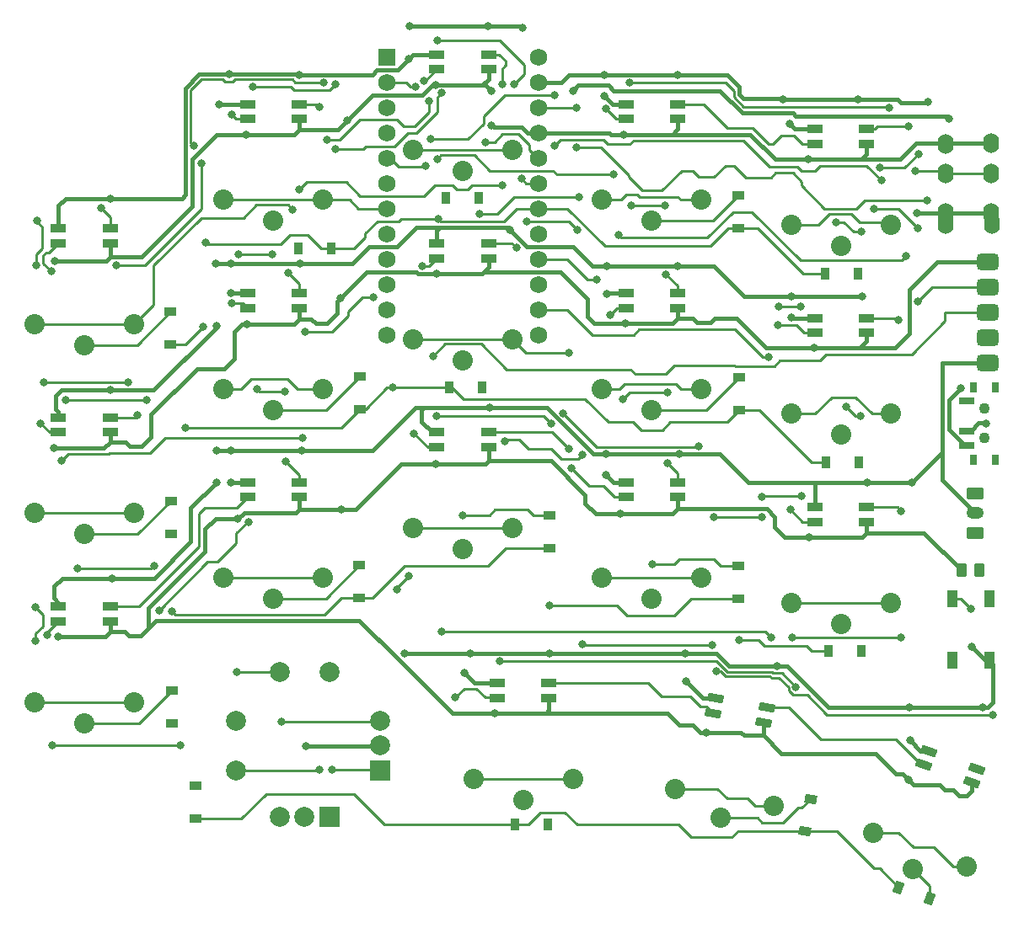
<source format=gbr>
%TF.GenerationSoftware,KiCad,Pcbnew,7.0.8*%
%TF.CreationDate,2023-11-08T13:39:32-05:00*%
%TF.ProjectId,bgkeeb,62676b65-6562-42e6-9b69-6361645f7063,rev?*%
%TF.SameCoordinates,Original*%
%TF.FileFunction,Copper,L2,Bot*%
%TF.FilePolarity,Positive*%
%FSLAX46Y46*%
G04 Gerber Fmt 4.6, Leading zero omitted, Abs format (unit mm)*
G04 Created by KiCad (PCBNEW 7.0.8) date 2023-11-08 13:39:32*
%MOMM*%
%LPD*%
G01*
G04 APERTURE LIST*
G04 Aperture macros list*
%AMRoundRect*
0 Rectangle with rounded corners*
0 $1 Rounding radius*
0 $2 $3 $4 $5 $6 $7 $8 $9 X,Y pos of 4 corners*
0 Add a 4 corners polygon primitive as box body*
4,1,4,$2,$3,$4,$5,$6,$7,$8,$9,$2,$3,0*
0 Add four circle primitives for the rounded corners*
1,1,$1+$1,$2,$3*
1,1,$1+$1,$4,$5*
1,1,$1+$1,$6,$7*
1,1,$1+$1,$8,$9*
0 Add four rect primitives between the rounded corners*
20,1,$1+$1,$2,$3,$4,$5,0*
20,1,$1+$1,$4,$5,$6,$7,0*
20,1,$1+$1,$6,$7,$8,$9,0*
20,1,$1+$1,$8,$9,$2,$3,0*%
%AMRotRect*
0 Rectangle, with rotation*
0 The origin of the aperture is its center*
0 $1 length*
0 $2 width*
0 $3 Rotation angle, in degrees counterclockwise*
0 Add horizontal line*
21,1,$1,$2,0,0,$3*%
G04 Aperture macros list end*
%TA.AperFunction,SMDPad,CuDef*%
%ADD10RoundRect,0.082000X0.718000X-0.328000X0.718000X0.328000X-0.718000X0.328000X-0.718000X-0.328000X0*%
%TD*%
%TA.AperFunction,SMDPad,CuDef*%
%ADD11RoundRect,0.082000X0.650135X-0.447696X0.764049X0.198338X-0.650135X0.447696X-0.764049X-0.198338X0*%
%TD*%
%TA.AperFunction,ComponentPad*%
%ADD12C,2.032000*%
%TD*%
%TA.AperFunction,ComponentPad*%
%ADD13R,1.752600X1.752600*%
%TD*%
%TA.AperFunction,ComponentPad*%
%ADD14C,1.752600*%
%TD*%
%TA.AperFunction,ComponentPad*%
%ADD15R,2.000000X2.000000*%
%TD*%
%TA.AperFunction,ComponentPad*%
%ADD16C,2.000000*%
%TD*%
%TA.AperFunction,ComponentPad*%
%ADD17O,1.600000X2.000000*%
%TD*%
%TA.AperFunction,SMDPad,CuDef*%
%ADD18RoundRect,0.082000X0.562517X-0.553790X0.786882X0.062649X-0.562517X0.553790X-0.786882X-0.062649X0*%
%TD*%
%TA.AperFunction,ComponentPad*%
%ADD19RoundRect,0.250000X-0.625000X0.350000X-0.625000X-0.350000X0.625000X-0.350000X0.625000X0.350000X0*%
%TD*%
%TA.AperFunction,ComponentPad*%
%ADD20O,1.750000X1.200000*%
%TD*%
%TA.AperFunction,SMDPad,CuDef*%
%ADD21R,0.800000X1.000000*%
%TD*%
%TA.AperFunction,WasherPad*%
%ADD22C,1.100000*%
%TD*%
%TA.AperFunction,SMDPad,CuDef*%
%ADD23R,1.500000X0.700000*%
%TD*%
%TA.AperFunction,SMDPad,CuDef*%
%ADD24R,1.200000X0.900000*%
%TD*%
%TA.AperFunction,SMDPad,CuDef*%
%ADD25R,0.900000X1.200000*%
%TD*%
%TA.AperFunction,SMDPad,CuDef*%
%ADD26RotRect,0.900000X1.200000X80.000000*%
%TD*%
%TA.AperFunction,SMDPad,CuDef*%
%ADD27RotRect,0.900000X1.200000X340.000000*%
%TD*%
%TA.AperFunction,ComponentPad*%
%ADD28RoundRect,0.425000X0.675000X0.425000X-0.675000X0.425000X-0.675000X-0.425000X0.675000X-0.425000X0*%
%TD*%
%TA.AperFunction,ComponentPad*%
%ADD29RoundRect,0.425000X0.675000X-0.425000X0.675000X0.425000X-0.675000X0.425000X-0.675000X-0.425000X0*%
%TD*%
%TA.AperFunction,SMDPad,CuDef*%
%ADD30RoundRect,0.250000X-0.262500X-0.450000X0.262500X-0.450000X0.262500X0.450000X-0.262500X0.450000X0*%
%TD*%
%TA.AperFunction,SMDPad,CuDef*%
%ADD31R,1.100000X1.800000*%
%TD*%
%TA.AperFunction,ViaPad*%
%ADD32C,0.800000*%
%TD*%
%TA.AperFunction,Conductor*%
%ADD33C,0.381000*%
%TD*%
%TA.AperFunction,Conductor*%
%ADD34C,0.400000*%
%TD*%
%TA.AperFunction,Conductor*%
%ADD35C,0.254000*%
%TD*%
G04 APERTURE END LIST*
D10*
%TO.P,D47,1,VDD*%
%TO.N,+5V*%
X82597588Y-41196489D03*
%TO.P,D47,2,DOUT*%
%TO.N,Net-(D47-DOUT)*%
X82597588Y-39696489D03*
%TO.P,D47,3,VSS*%
%TO.N,GND*%
X77397588Y-39696489D03*
%TO.P,D47,4,DIN*%
%TO.N,Net-(D46-DOUT)*%
X77397588Y-41196489D03*
%TD*%
%TO.P,D48,1,VDD*%
%TO.N,+5V*%
X101597587Y-36196489D03*
%TO.P,D48,2,DOUT*%
%TO.N,Net-(D48-DOUT)*%
X101597587Y-34696489D03*
%TO.P,D48,3,VSS*%
%TO.N,GND*%
X96397587Y-34696489D03*
%TO.P,D48,4,DIN*%
%TO.N,Net-(D47-DOUT)*%
X96397587Y-36196489D03*
%TD*%
%TO.P,D54,1,VDD*%
%TO.N,+5V*%
X139597585Y-43696490D03*
%TO.P,D54,2,DOUT*%
%TO.N,Net-(D54-DOUT)*%
X139597585Y-42196490D03*
%TO.P,D54,3,VSS*%
%TO.N,GND*%
X134397585Y-42196490D03*
%TO.P,D54,4,DIN*%
%TO.N,Net-(D53-DOUT)*%
X134397585Y-43696490D03*
%TD*%
%TO.P,D55,1,VDD*%
%TO.N,+5V*%
X139597585Y-62696489D03*
%TO.P,D55,2,DOUT*%
%TO.N,Net-(D55-DOUT)*%
X139597585Y-61196489D03*
%TO.P,D55,3,VSS*%
%TO.N,GND*%
X134397585Y-61196489D03*
%TO.P,D55,4,DIN*%
%TO.N,Net-(D54-DOUT)*%
X134397585Y-62696489D03*
%TD*%
%TO.P,D42,1,VDD*%
%TO.N,+5V*%
X63597589Y-72696487D03*
%TO.P,D42,2,DOUT*%
%TO.N,Net-(D42-DOUT)*%
X63597589Y-71196487D03*
%TO.P,D42,3,VSS*%
%TO.N,GND*%
X58397589Y-71196487D03*
%TO.P,D42,4,DIN*%
%TO.N,Net-(D41-DOUT)*%
X58397589Y-72696487D03*
%TD*%
%TO.P,D46,1,VDD*%
%TO.N,+5V*%
X82597588Y-60196488D03*
%TO.P,D46,2,DOUT*%
%TO.N,Net-(D46-DOUT)*%
X82597588Y-58696488D03*
%TO.P,D46,3,VSS*%
%TO.N,GND*%
X77397588Y-58696488D03*
%TO.P,D46,4,DIN*%
%TO.N,Net-(D45-DOUT)*%
X77397588Y-60196488D03*
%TD*%
%TO.P,D49,1,VDD*%
%TO.N,+5V*%
X101597587Y-55196488D03*
%TO.P,D49,2,DOUT*%
%TO.N,Net-(D49-DOUT)*%
X101597587Y-53696488D03*
%TO.P,D49,3,VSS*%
%TO.N,GND*%
X96397587Y-53696488D03*
%TO.P,D49,4,DIN*%
%TO.N,Net-(D48-DOUT)*%
X96397587Y-55196488D03*
%TD*%
%TO.P,D53,1,VDD*%
%TO.N,+5V*%
X120597586Y-41196489D03*
%TO.P,D53,2,DOUT*%
%TO.N,Net-(D53-DOUT)*%
X120597586Y-39696489D03*
%TO.P,D53,3,VSS*%
%TO.N,GND*%
X115397586Y-39696489D03*
%TO.P,D53,4,DIN*%
%TO.N,Net-(D52-DOUT)*%
X115397586Y-41196489D03*
%TD*%
%TO.P,D56,1,VDD*%
%TO.N,+5V*%
X139597585Y-81696488D03*
%TO.P,D56,2,DOUT*%
%TO.N,Net-(D56-DOUT)*%
X139597585Y-80196488D03*
%TO.P,D56,3,VSS*%
%TO.N,GND*%
X134397585Y-80196488D03*
%TO.P,D56,4,DIN*%
%TO.N,Net-(D55-DOUT)*%
X134397585Y-81696488D03*
%TD*%
%TO.P,D43,1,VDD*%
%TO.N,+5V*%
X63597588Y-91696486D03*
%TO.P,D43,2,DOUT*%
%TO.N,Net-(D43-DOUT)*%
X63597588Y-90196486D03*
%TO.P,D43,3,VSS*%
%TO.N,GND*%
X58397588Y-90196486D03*
%TO.P,D43,4,DIN*%
%TO.N,Net-(D42-DOUT)*%
X58397588Y-91696486D03*
%TD*%
%TO.P,D50,1,VDD*%
%TO.N,+5V*%
X101597586Y-74196488D03*
%TO.P,D50,2,DOUT*%
%TO.N,Net-(D50-DOUT)*%
X101597586Y-72696488D03*
%TO.P,D50,3,VSS*%
%TO.N,GND*%
X96397586Y-72696488D03*
%TO.P,D50,4,DIN*%
%TO.N,Net-(D49-DOUT)*%
X96397586Y-74196488D03*
%TD*%
%TO.P,D57,1,VDD*%
%TO.N,+5V*%
X107678593Y-99384405D03*
%TO.P,D57,2,DOUT*%
%TO.N,Net-(D57-DOUT)*%
X107678593Y-97884405D03*
%TO.P,D57,3,VSS*%
%TO.N,GND*%
X102478593Y-97884405D03*
%TO.P,D57,4,DIN*%
%TO.N,Net-(D56-DOUT)*%
X102478593Y-99384405D03*
%TD*%
D11*
%TO.P,D59,1,VDD*%
%TO.N,+5V*%
X129276071Y-101828025D03*
%TO.P,D59,2,DOUT*%
%TO.N,Net-(D59-DOUT)*%
X129536543Y-100350813D03*
%TO.P,D59,3,VSS*%
%TO.N,GND*%
X124415543Y-99447843D03*
%TO.P,D59,4,DIN*%
%TO.N,Net-(D57-DOUT)*%
X124155070Y-100925054D03*
%TD*%
D12*
%TO.P,SW2,1,1*%
%TO.N,Net-(D10-A)*%
X79997588Y-51426488D03*
%TO.P,SW2,2,2*%
%TO.N,col1*%
X74997588Y-49326488D03*
X84997588Y-49326488D03*
%TD*%
%TO.P,SW3,1,1*%
%TO.N,Net-(D18-A)*%
X98997587Y-46426488D03*
%TO.P,SW3,2,2*%
%TO.N,col2*%
X93997587Y-44326488D03*
X103997587Y-44326488D03*
%TD*%
%TO.P,SW4,1,1*%
%TO.N,Net-(D27-A)*%
X117997586Y-51426488D03*
%TO.P,SW4,2,2*%
%TO.N,col3*%
X112997586Y-49326488D03*
X122997586Y-49326488D03*
%TD*%
%TO.P,SW5,1,1*%
%TO.N,Net-(D31-A)*%
X136997585Y-53926489D03*
%TO.P,SW5,2,2*%
%TO.N,col4*%
X131997585Y-51826489D03*
X141997585Y-51826489D03*
%TD*%
%TO.P,SW11,1,1*%
%TO.N,Net-(D11-A)*%
X60997589Y-82926486D03*
%TO.P,SW11,2,2*%
%TO.N,col0*%
X55997589Y-80826486D03*
X65997589Y-80826486D03*
%TD*%
%TO.P,SW12,1,1*%
%TO.N,Net-(D12-A)*%
X79997588Y-70426487D03*
%TO.P,SW12,2,2*%
%TO.N,col1*%
X74997588Y-68326487D03*
X84997588Y-68326487D03*
%TD*%
%TO.P,SW13,1,1*%
%TO.N,Net-(D13-A)*%
X98997587Y-65426487D03*
%TO.P,SW13,2,2*%
%TO.N,col2*%
X93997587Y-63326487D03*
X103997587Y-63326487D03*
%TD*%
%TO.P,SW14,1,1*%
%TO.N,Net-(D14-A)*%
X117997586Y-70426487D03*
%TO.P,SW14,2,2*%
%TO.N,col3*%
X112997586Y-68326487D03*
X122997586Y-68326487D03*
%TD*%
%TO.P,SW15,1,1*%
%TO.N,Net-(D15-A)*%
X136997585Y-72926488D03*
%TO.P,SW15,2,2*%
%TO.N,col4*%
X131997585Y-70826488D03*
X141997585Y-70826488D03*
%TD*%
%TO.P,SW21,1,1*%
%TO.N,Net-(D21-A)*%
X60997588Y-101926485D03*
%TO.P,SW21,2,2*%
%TO.N,col0*%
X55997588Y-99826485D03*
X65997588Y-99826485D03*
%TD*%
%TO.P,SW22,1,1*%
%TO.N,Net-(D17-A)*%
X79997587Y-89426486D03*
%TO.P,SW22,2,2*%
%TO.N,col1*%
X74997587Y-87326486D03*
X84997587Y-87326486D03*
%TD*%
%TO.P,SW23,1,1*%
%TO.N,Net-(D20-A)*%
X98997586Y-84426487D03*
%TO.P,SW23,2,2*%
%TO.N,col2*%
X93997586Y-82326487D03*
X103997586Y-82326487D03*
%TD*%
%TO.P,SW24,1,1*%
%TO.N,Net-(D24-A)*%
X117997586Y-89426487D03*
%TO.P,SW24,2,2*%
%TO.N,col3*%
X112997586Y-87326487D03*
X122997586Y-87326487D03*
%TD*%
%TO.P,SW25,1,1*%
%TO.N,Net-(D25-A)*%
X136997585Y-91926487D03*
%TO.P,SW25,2,2*%
%TO.N,col4*%
X131997585Y-89826487D03*
X141997585Y-89826487D03*
%TD*%
%TO.P,SW34,1,1*%
%TO.N,Net-(D30-A)*%
X124939150Y-111451122D03*
%TO.P,SW34,2,2*%
%TO.N,col3*%
X120379772Y-108514785D03*
X130227850Y-110251266D03*
%TD*%
%TO.P,SW35,1,1*%
%TO.N,Net-(D35-A)*%
X144230196Y-116620142D03*
%TO.P,SW35,2,2*%
%TO.N,col4*%
X140249975Y-112936687D03*
X149646902Y-116356889D03*
%TD*%
%TO.P,SW1,1,1*%
%TO.N,Net-(D1-A)*%
X60997589Y-63926487D03*
%TO.P,SW1,2,2*%
%TO.N,col0*%
X55997589Y-61826487D03*
X65997589Y-61826487D03*
%TD*%
D10*
%TO.P,D41,1,VDD*%
%TO.N,+5V*%
X63597589Y-53696488D03*
%TO.P,D41,2,DOUT*%
%TO.N,Net-(D41-DOUT)*%
X63597589Y-52196488D03*
%TO.P,D41,3,VSS*%
%TO.N,GND*%
X58397589Y-52196488D03*
%TO.P,D41,4,DIN*%
%TO.N,led*%
X58397589Y-53696488D03*
%TD*%
%TO.P,D45,1,VDD*%
%TO.N,+5V*%
X82597587Y-79196487D03*
%TO.P,D45,2,DOUT*%
%TO.N,Net-(D45-DOUT)*%
X82597587Y-77696487D03*
%TO.P,D45,3,VSS*%
%TO.N,GND*%
X77397587Y-77696487D03*
%TO.P,D45,4,DIN*%
%TO.N,Net-(D43-DOUT)*%
X77397587Y-79196487D03*
%TD*%
D13*
%TO.P,U1,1,TX0/PD3*%
%TO.N,led*%
X91369593Y-34978404D03*
D14*
%TO.P,U1,2,RX1/PD2*%
%TO.N,data*%
X91369593Y-37518404D03*
%TO.P,U1,3,GND*%
%TO.N,GND*%
X91369593Y-40058404D03*
%TO.P,U1,4,GND*%
X91369593Y-42598404D03*
%TO.P,U1,5,2/PD1*%
%TO.N,sda*%
X91369593Y-45138404D03*
%TO.P,U1,6,3/PD0*%
%TO.N,scl*%
X91369593Y-47678404D03*
%TO.P,U1,7,4/PD4*%
%TO.N,col1*%
X91369593Y-50218404D03*
%TO.P,U1,8,5/PC6*%
%TO.N,unconnected-(U1-5{slash}PC6-Pad8)*%
X91369593Y-52758404D03*
%TO.P,U1,9,6/PD7*%
%TO.N,row1*%
X91369593Y-55298404D03*
%TO.P,U1,10,7/PE6*%
%TO.N,row3*%
X91369593Y-57838404D03*
%TO.P,U1,11,8/PB4*%
%TO.N,ENC1A*%
X91369593Y-60378404D03*
%TO.P,U1,12,9/PB5*%
%TO.N,ENC1B*%
X91369593Y-62918404D03*
%TO.P,U1,13,10/PB6*%
%TO.N,unconnected-(U1-10{slash}PB6-Pad13)*%
X106609593Y-62918404D03*
%TO.P,U1,14,16/PB2*%
%TO.N,col4*%
X106609593Y-60378404D03*
%TO.P,U1,15,14/PB3*%
%TO.N,row2*%
X106609593Y-57838404D03*
%TO.P,U1,16,15/PB1*%
%TO.N,col3*%
X106609593Y-55298404D03*
%TO.P,U1,17,A0/PF7*%
%TO.N,unconnected-(U1-A0{slash}PF7-Pad17)*%
X106609593Y-52758404D03*
%TO.P,U1,18,A1/PF6*%
%TO.N,row0*%
X106609593Y-50218404D03*
%TO.P,U1,19,A2/PF5*%
%TO.N,col2*%
X106609593Y-47678404D03*
%TO.P,U1,20,A3/PF4*%
%TO.N,col0*%
X106609593Y-45138404D03*
%TO.P,U1,21,VCC*%
%TO.N,+5V*%
X106609593Y-42598404D03*
%TO.P,U1,22,RST*%
%TO.N,RESET*%
X106609593Y-40058404D03*
%TO.P,U1,23,GND*%
%TO.N,GND*%
X106609593Y-37518404D03*
%TO.P,U1,24,RAW*%
%TO.N,raw*%
X106609593Y-34978404D03*
%TD*%
D15*
%TO.P,SW42,A,A*%
%TO.N,ENC1A*%
X90741593Y-106693404D03*
D16*
%TO.P,SW42,B,B*%
%TO.N,ENC1B*%
X90741593Y-101693404D03*
%TO.P,SW42,C,C*%
%TO.N,GND*%
X90741593Y-104193404D03*
%TO.P,SW42,S1,S1*%
%TO.N,col1*%
X76241593Y-101693404D03*
%TO.P,SW42,S2,S2*%
%TO.N,Net-(D37-A)*%
X76241593Y-106693404D03*
%TD*%
D10*
%TO.P,D51,1,VDD*%
%TO.N,+5V*%
X120597586Y-79196488D03*
%TO.P,D51,2,DOUT*%
%TO.N,Net-(D51-DOUT)*%
X120597586Y-77696488D03*
%TO.P,D51,3,VSS*%
%TO.N,GND*%
X115397586Y-77696488D03*
%TO.P,D51,4,DIN*%
%TO.N,Net-(D50-DOUT)*%
X115397586Y-79196488D03*
%TD*%
D12*
%TO.P,SW6,1,1*%
%TO.N,Net-(D26-A)*%
X105078593Y-109614404D03*
%TO.P,SW6,2,2*%
%TO.N,col2*%
X100078593Y-107514404D03*
X110078593Y-107514404D03*
%TD*%
D17*
%TO.P,U3,1,SLEEVE*%
%TO.N,GND*%
X147540393Y-51739404D03*
%TO.P,U3,2,TIP*%
X152140393Y-50639404D03*
%TO.P,U3,3,RING1*%
%TO.N,data*%
X152140393Y-46639404D03*
%TO.P,U3,4,RING2*%
%TO.N,+5V*%
X152140393Y-43639404D03*
%TD*%
D10*
%TO.P,D52,1,VDD*%
%TO.N,+5V*%
X120597586Y-60196488D03*
%TO.P,D52,2,DOUT*%
%TO.N,Net-(D52-DOUT)*%
X120597586Y-58696488D03*
%TO.P,D52,3,VSS*%
%TO.N,GND*%
X115397586Y-58696488D03*
%TO.P,D52,4,DIN*%
%TO.N,Net-(D51-DOUT)*%
X115397586Y-60196488D03*
%TD*%
D18*
%TO.P,D60,1,VDD*%
%TO.N,+5V*%
X150172263Y-107896340D03*
%TO.P,D60,2,DOUT*%
%TO.N,unconnected-(D60-DOUT-Pad2)*%
X150685293Y-106486801D03*
%TO.P,D60,3,VSS*%
%TO.N,GND*%
X145798891Y-104708297D03*
%TO.P,D60,4,DIN*%
%TO.N,Net-(D59-DOUT)*%
X145285861Y-106117836D03*
%TD*%
D19*
%TO.P,BATJ1,1,Pin_1*%
%TO.N,BT+*%
X150486993Y-78800004D03*
X150486993Y-82800004D03*
D20*
%TO.P,BATJ1,2,Pin_2*%
%TO.N,GND*%
X150486993Y-80800004D03*
%TD*%
D21*
%TO.P,SW_POWER1,*%
%TO.N,*%
X150305793Y-75431204D03*
X152515793Y-75431204D03*
D22*
X151415793Y-73281204D03*
X151415793Y-70281204D03*
D21*
X150305793Y-68131204D03*
X152515793Y-68131204D03*
D23*
%TO.P,SW_POWER1,1,A*%
%TO.N,unconnected-(SW_POWER1-A-Pad1)*%
X149655793Y-69531204D03*
%TO.P,SW_POWER1,2,B*%
%TO.N,BT+*%
X149655793Y-72531204D03*
%TO.P,SW_POWER1,3,C*%
%TO.N,raw*%
X149655793Y-74031204D03*
%TD*%
D24*
%TO.P,D1,1,K*%
%TO.N,row0*%
X69665293Y-63857204D03*
%TO.P,D1,2,A*%
%TO.N,Net-(D1-A)*%
X69665293Y-60557204D03*
%TD*%
D25*
%TO.P,D2,1,K*%
%TO.N,row0*%
X85818693Y-54168104D03*
%TO.P,D2,2,A*%
%TO.N,Net-(D10-A)*%
X82518693Y-54168104D03*
%TD*%
%TO.P,D3,1,K*%
%TO.N,row0*%
X97326893Y-49100804D03*
%TO.P,D3,2,A*%
%TO.N,Net-(D18-A)*%
X100626893Y-49100804D03*
%TD*%
D24*
%TO.P,D4,1,K*%
%TO.N,row0*%
X126726393Y-52160504D03*
%TO.P,D4,2,A*%
%TO.N,Net-(D27-A)*%
X126726393Y-48860504D03*
%TD*%
%TO.P,D11,1,K*%
%TO.N,row1*%
X69677993Y-82869104D03*
%TO.P,D11,2,A*%
%TO.N,Net-(D11-A)*%
X69677993Y-79569104D03*
%TD*%
%TO.P,D12,1,K*%
%TO.N,row1*%
X88677193Y-70359604D03*
%TO.P,D12,2,A*%
%TO.N,Net-(D12-A)*%
X88677193Y-67059604D03*
%TD*%
D25*
%TO.P,D13,1,K*%
%TO.N,row1*%
X97631693Y-68201604D03*
%TO.P,D13,2,A*%
%TO.N,Net-(D13-A)*%
X100931693Y-68201604D03*
%TD*%
D24*
%TO.P,D14,1,K*%
%TO.N,row1*%
X126802593Y-70448504D03*
%TO.P,D14,2,A*%
%TO.N,Net-(D14-A)*%
X126802593Y-67148504D03*
%TD*%
D25*
%TO.P,D15,1,K*%
%TO.N,row1*%
X135477693Y-75694604D03*
%TO.P,D15,2,A*%
%TO.N,Net-(D15-A)*%
X138777693Y-75694604D03*
%TD*%
D24*
%TO.P,D21,1,K*%
%TO.N,row2*%
X69779593Y-101919104D03*
%TO.P,D21,2,A*%
%TO.N,Net-(D21-A)*%
X69779593Y-98619104D03*
%TD*%
%TO.P,D22,1,K*%
%TO.N,row2*%
X88613693Y-89371504D03*
%TO.P,D22,2,A*%
%TO.N,Net-(D17-A)*%
X88613693Y-86071504D03*
%TD*%
%TO.P,D23,1,K*%
%TO.N,row2*%
X107752593Y-84367704D03*
%TO.P,D23,2,A*%
%TO.N,Net-(D20-A)*%
X107752593Y-81067704D03*
%TD*%
%TO.P,D24,1,K*%
%TO.N,row2*%
X126739093Y-89396904D03*
%TO.P,D24,2,A*%
%TO.N,Net-(D24-A)*%
X126739093Y-86096904D03*
%TD*%
D25*
%TO.P,D25,1,K*%
%TO.N,row2*%
X135757093Y-94693804D03*
%TO.P,D25,2,A*%
%TO.N,Net-(D25-A)*%
X139057093Y-94693804D03*
%TD*%
D26*
%TO.P,D34,1,K*%
%TO.N,row3*%
X133374074Y-112790637D03*
%TO.P,D34,2,A*%
%TO.N,Net-(D30-A)*%
X133947112Y-109540771D03*
%TD*%
D27*
%TO.P,D35,1,K*%
%TO.N,row3*%
X142778100Y-118424571D03*
%TO.P,D35,2,A*%
%TO.N,Net-(D35-A)*%
X145879086Y-119553237D03*
%TD*%
D28*
%TO.P,J1,1,Pin_1*%
%TO.N,+5V*%
X151745393Y-55577804D03*
D29*
%TO.P,J1,2,Pin_2*%
%TO.N,sda*%
X151745393Y-58117804D03*
%TO.P,J1,3,Pin_3*%
%TO.N,scl*%
X151745393Y-60657804D03*
%TO.P,J1,4,Pin_4*%
%TO.N,unconnected-(J1-Pin_4-Pad4)*%
X151745393Y-63197804D03*
%TO.P,J1,5,Pin_5*%
%TO.N,GND*%
X151745393Y-65737804D03*
%TD*%
D24*
%TO.P,D81,1,K*%
%TO.N,row3*%
X72192593Y-111558404D03*
%TO.P,D81,2,A*%
%TO.N,Net-(D37-A)*%
X72192593Y-108258404D03*
%TD*%
D25*
%TO.P,D6,1,K*%
%TO.N,row3*%
X104222993Y-112118204D03*
%TO.P,D6,2,A*%
%TO.N,Net-(D26-A)*%
X107522993Y-112118204D03*
%TD*%
D17*
%TO.P,U4,1,SLEEVE*%
%TO.N,GND*%
X152151793Y-51767804D03*
%TO.P,U4,2,TIP*%
X147551793Y-50667804D03*
%TO.P,U4,3,RING1*%
%TO.N,data*%
X147551793Y-46667804D03*
%TO.P,U4,4,RING2*%
%TO.N,+5V*%
X147551793Y-43667804D03*
%TD*%
D15*
%TO.P,SW7,A,A*%
%TO.N,ENC1A*%
X85614593Y-111312404D03*
D16*
%TO.P,SW7,B,B*%
%TO.N,ENC1B*%
X80614593Y-111312404D03*
%TO.P,SW7,C,C*%
%TO.N,GND*%
X83114593Y-111312404D03*
%TO.P,SW7,S1,S1*%
%TO.N,col1*%
X80614593Y-96812404D03*
%TO.P,SW7,S2,S2*%
%TO.N,Net-(D37-A)*%
X85614593Y-96812404D03*
%TD*%
D25*
%TO.P,D5,1,K*%
%TO.N,row0*%
X135452293Y-56733504D03*
%TO.P,D5,2,A*%
%TO.N,Net-(D31-A)*%
X138752293Y-56733504D03*
%TD*%
D30*
%TO.P,R1,1*%
%TO.N,+5V*%
X149131093Y-86540404D03*
%TO.P,R1,2*%
%TO.N,RESET*%
X150956093Y-86540404D03*
%TD*%
D31*
%TO.P,SW8,1,1*%
%TO.N,GND*%
X151893593Y-95634804D03*
%TO.P,SW8,2,2*%
%TO.N,RESET*%
X148193593Y-89434804D03*
%TO.P,SW8,3*%
%TO.N,N/C*%
X148193593Y-95634804D03*
%TO.P,SW8,4*%
X151893593Y-89434804D03*
%TD*%
D32*
%TO.N,GND*%
X144620693Y-50675604D03*
X113483393Y-58740104D03*
X63823293Y-87353204D03*
X74224593Y-55717504D03*
X113483393Y-56009604D03*
X139134293Y-59057604D03*
X143909493Y-100358004D03*
X121370093Y-94909704D03*
X144138093Y-77739304D03*
X131222193Y-39230304D03*
X75726293Y-77713904D03*
X120630393Y-56009604D03*
X74272293Y-62016704D03*
X74542093Y-39702804D03*
X150145193Y-94262004D03*
X107752593Y-94909704D03*
X130561793Y-96179704D03*
X83292393Y-104269604D03*
X93706393Y-31828804D03*
X74272293Y-74513504D03*
X99741993Y-94909704D03*
X139642293Y-77739304D03*
X113378693Y-74894504D03*
X82631993Y-55717504D03*
X82619293Y-36731004D03*
X93134893Y-94909704D03*
X63594693Y-68455604D03*
X113277093Y-36743704D03*
X120566893Y-36756404D03*
X138740593Y-39230304D03*
X113238993Y-38915404D03*
X145750993Y-39448804D03*
X113402593Y-76948404D03*
X82809793Y-74513504D03*
X120744693Y-74894504D03*
X75726293Y-55717504D03*
X63645476Y-49179894D03*
X132025393Y-59057604D03*
X131882593Y-41709404D03*
X151250093Y-100358004D03*
X103790193Y-52339304D03*
X101707393Y-70233604D03*
X75726293Y-58689304D03*
X75558093Y-36685956D03*
X105009393Y-31981204D03*
X75726293Y-74513504D03*
X93587593Y-35153404D03*
X121468593Y-97744404D03*
X132025393Y-61165804D03*
X99192593Y-96888404D03*
X143972993Y-103685404D03*
X101529593Y-31866904D03*
X74272293Y-77718704D03*
%TO.N,+5V*%
X57955893Y-74272204D03*
X115321793Y-61750004D03*
X101882593Y-38328404D03*
X149131093Y-86540404D03*
X134333693Y-64201104D03*
X123487893Y-102847204D03*
X96322593Y-75859704D03*
X86852087Y-80466110D03*
X86740443Y-59203654D03*
X77259893Y-42788904D03*
X87407193Y-41366504D03*
X96360693Y-56733504D03*
X102202693Y-100929504D03*
X58006693Y-55476204D03*
X133774893Y-83251104D03*
X96322593Y-37772404D03*
X58400393Y-93246004D03*
X133736793Y-45252704D03*
X101912593Y-41818404D03*
X77297993Y-61813504D03*
X115220193Y-42738104D03*
X143833293Y-107635104D03*
X114851893Y-80876204D03*
X76447093Y-81371504D03*
%TO.N,BT+*%
X151549593Y-71796404D03*
%TO.N,row0*%
X97326893Y-49100804D03*
X72912593Y-62068404D03*
X135452293Y-56733504D03*
X85818693Y-54168104D03*
X96522593Y-51198404D03*
X73232593Y-53638404D03*
X126726393Y-52160504D03*
X69665293Y-63870904D03*
%TO.N,Net-(D1-A)*%
X69665293Y-60557204D03*
%TO.N,Net-(D10-A)*%
X82518693Y-54168104D03*
%TO.N,row1*%
X135477693Y-75694604D03*
X71151193Y-72252904D03*
X88677193Y-70359604D03*
X69698193Y-82882804D03*
X126802593Y-70448504D03*
X91988793Y-68201604D03*
X97631693Y-68201604D03*
%TO.N,Net-(D18-A)*%
X100626893Y-49100804D03*
%TO.N,Net-(D27-A)*%
X126726393Y-48860504D03*
%TO.N,Net-(D31-A)*%
X138752293Y-56733504D03*
%TO.N,Net-(D26-A)*%
X107522993Y-112118204D03*
%TO.N,Net-(D11-A)*%
X69677993Y-79569104D03*
%TO.N,Net-(D21-A)*%
X69779593Y-98619104D03*
%TO.N,Net-(D12-A)*%
X88677193Y-67059604D03*
%TO.N,Net-(D13-A)*%
X100931693Y-68201604D03*
%TO.N,row2*%
X135757093Y-94693804D03*
X107752593Y-84367704D03*
X69772593Y-90708404D03*
X69779593Y-101919104D03*
X126739093Y-89396904D03*
X88613693Y-89371504D03*
X126762593Y-93538404D03*
X107692593Y-90118404D03*
%TO.N,Net-(D14-A)*%
X126802593Y-67148504D03*
%TO.N,Net-(D15-A)*%
X138777693Y-75694604D03*
%TO.N,Net-(D17-A)*%
X88613693Y-86071504D03*
%TO.N,Net-(D20-A)*%
X99032593Y-80998404D03*
X107752593Y-81067704D03*
%TO.N,Net-(D24-A)*%
X126739093Y-86096904D03*
X118042593Y-85968404D03*
%TO.N,Net-(D25-A)*%
X139057093Y-94693804D03*
%TO.N,row3*%
X104222993Y-112118204D03*
X90072593Y-59078404D03*
X82912593Y-73228404D03*
X58702593Y-75548404D03*
X57742593Y-104138404D03*
X72192593Y-111558404D03*
X133381193Y-112791304D03*
X142778100Y-118424571D03*
X56102593Y-93628404D03*
X70672593Y-104118404D03*
X56102593Y-90258404D03*
X83172593Y-62568404D03*
%TO.N,Net-(D30-A)*%
X133947112Y-109540771D03*
%TO.N,Net-(D35-A)*%
X145879086Y-119553237D03*
%TO.N,Net-(D37-A)*%
X72192593Y-108258404D03*
X84638593Y-106606404D03*
%TO.N,Net-(D38-DOUT)*%
X65410793Y-67665104D03*
X56914493Y-67655504D03*
%TO.N,led*%
X85044993Y-37521504D03*
X57662593Y-56498404D03*
X71976693Y-43906504D03*
X72725993Y-45633704D03*
X64178893Y-55908004D03*
%TO.N,Net-(D39-DIN)*%
X122738593Y-74104004D03*
X109105311Y-70773186D03*
X96424193Y-71024104D03*
X107930393Y-71846504D03*
%TO.N,Net-(D40-DOUT)*%
X59175093Y-69408104D03*
X67303093Y-69471604D03*
%TO.N,Net-(D41-DOUT)*%
X56241393Y-51399504D03*
X62680293Y-50154904D03*
X56152593Y-55888404D03*
X56622593Y-71828404D03*
%TO.N,Net-(D42-DOUT)*%
X66299793Y-70970204D03*
X57244693Y-93080904D03*
%TO.N,Net-(D45-DOUT)*%
X75782593Y-59738404D03*
X78352593Y-68368404D03*
X81252593Y-75608404D03*
X81142593Y-68588404D03*
%TO.N,Net-(D46-DOUT)*%
X75792593Y-40718404D03*
X79882593Y-54788404D03*
X76452593Y-54758404D03*
X81450893Y-56619204D03*
%TO.N,Net-(D47-DOUT)*%
X84638593Y-39956804D03*
X85375193Y-43296904D03*
X95152593Y-37328404D03*
X95636793Y-39410704D03*
%TO.N,Net-(D48-DOUT)*%
X102952895Y-37717149D03*
X94950993Y-55943004D03*
%TO.N,Net-(D49-DOUT)*%
X94142593Y-72788404D03*
X104392593Y-54128404D03*
%TO.N,Net-(D50-DOUT)*%
X109924293Y-76291504D03*
X109657593Y-74348404D03*
%TO.N,Net-(D51-DOUT)*%
X119601693Y-75796204D03*
X119562593Y-68668404D03*
X113792593Y-60908404D03*
X115092593Y-69328404D03*
%TO.N,Net-(D52-DOUT)*%
X113392593Y-40158404D03*
X119352593Y-49898404D03*
X115972593Y-49888404D03*
X119436593Y-56800104D03*
%TO.N,Net-(D54-DOUT)*%
X143802593Y-41948404D03*
X130712593Y-61918404D03*
X132972593Y-60018404D03*
X140932593Y-46088404D03*
X130782593Y-60018404D03*
X144782593Y-44718404D03*
%TO.N,Net-(D55-DOUT)*%
X142792593Y-61358404D03*
X131920693Y-80446504D03*
%TO.N,Net-(D56-DOUT)*%
X129990293Y-93334904D03*
X96881393Y-92725304D03*
X132129960Y-93278037D03*
X143071293Y-80584104D03*
X143045893Y-93284104D03*
X98278393Y-99367404D03*
%TO.N,Net-(D58-DOUT)*%
X67988893Y-86108604D03*
X77501193Y-81676304D03*
X60330793Y-86413404D03*
X68509593Y-90604404D03*
%TO.N,Net-(D61-DOUT)*%
X141839393Y-40071704D03*
X115766293Y-37534204D03*
%TO.N,Net-(D62-DOUT)*%
X139082593Y-52538404D03*
X136531076Y-51552187D03*
%TO.N,Net-(D64-DOUT)*%
X138982593Y-71048404D03*
X137542593Y-70088404D03*
%TO.N,Net-(D66-DOUT)*%
X129063193Y-81231804D03*
X124224493Y-81231804D03*
X124033993Y-94084204D03*
X129052593Y-79158404D03*
X133082593Y-79068404D03*
X111041893Y-94033404D03*
%TO.N,Net-(D67-DOUT)*%
X86213393Y-44185904D03*
X86213393Y-37683504D03*
X77932993Y-37930466D03*
X96933102Y-38564415D03*
%TO.N,Net-(D68-DOUT)*%
X132492193Y-98313304D03*
X102748793Y-95700204D03*
%TO.N,Net-(D69-DOUT)*%
X104142593Y-37688404D03*
X96482593Y-33318404D03*
%TO.N,Net-(D70-DOUT)*%
X100665993Y-50713704D03*
X103232593Y-73608404D03*
X111054425Y-74958172D03*
X110679292Y-49015103D03*
%TO.N,RESET*%
X150068993Y-90439304D03*
X110412593Y-40078404D03*
X145702593Y-49408404D03*
X150956093Y-86540404D03*
X110470393Y-44058904D03*
%TO.N,col0*%
X102962593Y-47838404D03*
X81912593Y-50278404D03*
X101322593Y-43498404D03*
X82592593Y-48308404D03*
%TO.N,col1*%
X76352593Y-96798404D03*
%TO.N,col2*%
X109662593Y-64688404D03*
X105462593Y-51478404D03*
X104912593Y-47198404D03*
X110522593Y-52378404D03*
%TO.N,col3*%
X112442593Y-57298404D03*
%TO.N,col4*%
X129782593Y-65148404D03*
%TO.N,sda*%
X95792593Y-43228404D03*
X108272593Y-38798404D03*
X108272593Y-43828404D03*
X144752593Y-52138404D03*
X95312593Y-45928404D03*
X144734993Y-59565604D03*
X140362593Y-50208404D03*
X141092593Y-47378404D03*
%TO.N,scl*%
X96042593Y-65028404D03*
%TO.N,Net-(D71-DOUT)*%
X124525592Y-96729506D03*
X152266093Y-101120004D03*
%TO.N,ENC1B*%
X80828593Y-101780404D03*
X93579393Y-87162704D03*
X92410993Y-88496204D03*
%TO.N,ENC1A*%
X85908593Y-106606404D03*
%TO.N,data*%
X94302593Y-37948404D03*
X96462593Y-45188404D03*
X143515793Y-54993604D03*
X114692593Y-52868404D03*
X114132593Y-46768404D03*
X144493693Y-46433804D03*
%TO.N,raw*%
X149060393Y-68240404D03*
X147833793Y-41125204D03*
X110063993Y-38356604D03*
%TD*%
D33*
%TO.N,GND*%
X96397586Y-72696488D02*
X95930677Y-72696488D01*
X110063993Y-54028404D02*
X112045193Y-56009604D01*
X82574245Y-36685956D02*
X82619293Y-36731004D01*
X125608793Y-36756404D02*
X120566893Y-36756404D01*
X89607492Y-54025205D02*
X92414192Y-54025205D01*
X93706393Y-31828804D02*
X101491493Y-31828804D01*
X94902593Y-71668404D02*
X94902593Y-70488804D01*
X71702593Y-83690304D02*
X71702593Y-80288404D01*
X94354093Y-52085304D02*
X96754393Y-52085304D01*
X63594693Y-68455604D02*
X67950793Y-68455604D01*
X74272293Y-74513504D02*
X82809793Y-74513504D01*
X94902593Y-70488804D02*
X95157793Y-70233604D01*
X105476094Y-54025205D02*
X107616092Y-54025205D01*
X126789893Y-38686804D02*
X126789893Y-37937504D01*
X107447793Y-70233604D02*
X112108693Y-74894504D01*
X147540393Y-51536204D02*
X147743593Y-51739404D01*
X96397587Y-52442110D02*
X96754393Y-52085304D01*
X151758093Y-100358004D02*
X152253393Y-99862704D01*
X144620693Y-50675604D02*
X147543993Y-50675604D01*
X58397589Y-71196487D02*
X58397589Y-70649900D01*
X134397585Y-77879396D02*
X134244793Y-77726604D01*
X131257693Y-39194804D02*
X138705093Y-39194804D01*
X131085093Y-39093204D02*
X127196293Y-39093204D01*
X107616092Y-54025205D02*
X107619291Y-54028404D01*
X58397589Y-52196488D02*
X58397589Y-49865608D01*
X124211793Y-56009604D02*
X120630393Y-56009604D01*
X82631993Y-55717504D02*
X87915193Y-55717504D01*
X143030929Y-39525004D02*
X145674793Y-39525004D01*
X77397588Y-58696488D02*
X75733477Y-58696488D01*
X127259793Y-59057604D02*
X124211793Y-56009604D01*
X90413894Y-36251603D02*
X92489394Y-36251603D01*
X131222193Y-39230304D02*
X131085093Y-39093204D01*
X94239793Y-70233604D02*
X95157793Y-70233604D01*
X139134293Y-59057604D02*
X127259793Y-59057604D01*
X126789893Y-37937504D02*
X125608793Y-36756404D01*
X112045193Y-56009604D02*
X120630393Y-56009604D01*
X75733477Y-58696488D02*
X75726293Y-58689304D01*
X147551793Y-50667804D02*
X147580193Y-50639404D01*
X96754393Y-52085304D02*
X103536193Y-52085304D01*
X58768693Y-87353204D02*
X63823293Y-87353204D01*
X101529593Y-31866904D02*
X104895093Y-31866904D01*
X103536193Y-52085304D02*
X103790193Y-52339304D01*
X145798891Y-104708297D02*
X144995886Y-104708297D01*
X152343593Y-50842604D02*
X152343593Y-51739404D01*
X74542093Y-39702804D02*
X77391273Y-39702804D01*
X82619293Y-36731004D02*
X89934493Y-36731004D01*
X58146393Y-69039804D02*
X58730593Y-68455604D01*
X59098893Y-49164304D02*
X70782893Y-49164304D01*
X113267529Y-38915404D02*
X114048614Y-39696489D01*
X95930677Y-72696488D02*
X94902593Y-71668404D01*
X58397588Y-90196486D02*
X58397588Y-89814199D01*
X151745393Y-65737804D02*
X147147993Y-65737804D01*
X102478593Y-97884405D02*
X100188594Y-97884405D01*
X77391273Y-39702804D02*
X77397588Y-39696489D01*
X70782893Y-49164304D02*
X71138493Y-48808704D01*
X152253393Y-95994604D02*
X151893593Y-95634804D01*
X147543993Y-50675604D02*
X147551793Y-50667804D01*
X107619291Y-54028404D02*
X110063993Y-54028404D01*
X74224593Y-55717504D02*
X82631993Y-55717504D01*
X93587593Y-35153404D02*
X94044508Y-34696489D01*
X96397587Y-53696488D02*
X96397587Y-52442110D01*
X142736229Y-39230304D02*
X143030929Y-39525004D01*
X87915193Y-55717504D02*
X89607492Y-54025205D01*
X58397589Y-70649900D02*
X58146393Y-70398704D01*
X132056078Y-61196489D02*
X132025393Y-61165804D01*
X101491493Y-31828804D02*
X101529593Y-31866904D01*
X71138493Y-48808704D02*
X71138493Y-38089904D01*
X114048614Y-39696489D02*
X115397586Y-39696489D01*
X139642293Y-77739304D02*
X144138093Y-77739304D01*
X94044508Y-34696489D02*
X96397587Y-34696489D01*
X67950793Y-68455604D02*
X74272293Y-62134104D01*
X82809793Y-74513504D02*
X89959893Y-74513504D01*
X147540393Y-50679204D02*
X147540393Y-51536204D01*
X147147993Y-65737804D02*
X147147993Y-74729404D01*
X113277093Y-36743704D02*
X120554193Y-36743704D01*
X93134893Y-94909704D02*
X107752593Y-94909704D01*
X135794193Y-100358004D02*
X143909493Y-100358004D01*
X58146393Y-70398704D02*
X58146393Y-69039804D01*
X58397588Y-89814199D02*
X57930493Y-89347104D01*
X58397589Y-49865608D02*
X59098893Y-49164304D01*
X100188594Y-97884405D02*
X99192593Y-96888404D01*
X134244793Y-77726604D02*
X139629593Y-77726604D01*
X92489394Y-36251603D02*
X93587593Y-35153404D01*
X147147993Y-77461004D02*
X150486993Y-80800004D01*
X127196293Y-39093204D02*
X126789893Y-38686804D01*
X115397586Y-58696488D02*
X113527009Y-58696488D01*
X57930493Y-88191404D02*
X58768693Y-87353204D01*
X89959893Y-74513504D02*
X94239793Y-70233604D01*
X138740593Y-39230304D02*
X142736229Y-39230304D01*
X58730593Y-68455604D02*
X63594693Y-68455604D01*
X120744693Y-74894504D02*
X124846793Y-74894504D01*
X147147993Y-74729404D02*
X147147993Y-77461004D01*
X130561793Y-96179704D02*
X131615893Y-96179704D01*
X139629593Y-77726604D02*
X139642293Y-77739304D01*
X124846793Y-74894504D02*
X127678893Y-77726604D01*
X151893593Y-95634804D02*
X151517993Y-95634804D01*
X57930493Y-89347104D02*
X57930493Y-88191404D01*
X115397586Y-77696488D02*
X114150677Y-77696488D01*
X83292393Y-104269604D02*
X90665393Y-104269604D01*
X107752593Y-94909704D02*
X124465793Y-94909704D01*
X147551793Y-50667804D02*
X147540393Y-50679204D01*
X131882593Y-41709404D02*
X132369679Y-42196490D01*
X131222193Y-39230304D02*
X131257693Y-39194804D01*
X90665393Y-104269604D02*
X90741593Y-104193404D01*
X101707393Y-70233604D02*
X107447793Y-70233604D01*
X89934493Y-36731004D02*
X90413894Y-36251603D01*
X71138493Y-38089904D02*
X72542441Y-36685956D01*
X134397585Y-80196488D02*
X134397585Y-77879396D01*
X75743710Y-77696487D02*
X75726293Y-77713904D01*
X147580193Y-50639404D02*
X152140393Y-50639404D01*
X127678893Y-77726604D02*
X134244793Y-77726604D01*
X68039693Y-87353204D02*
X71702593Y-83690304D01*
X138705093Y-39194804D02*
X138740593Y-39230304D01*
X151517993Y-95634804D02*
X150145193Y-94262004D01*
X125735793Y-96179704D02*
X130561793Y-96179704D01*
X95157793Y-70233604D02*
X101707393Y-70233604D01*
X114150677Y-77696488D02*
X113402593Y-76948404D01*
X113238993Y-38915404D02*
X113267529Y-38915404D01*
X77397587Y-77696487D02*
X75743710Y-77696487D01*
X143909493Y-100358004D02*
X151250093Y-100358004D01*
X152140393Y-50639404D02*
X152343593Y-50842604D01*
X103790193Y-52339304D02*
X105476094Y-54025205D01*
X63823293Y-87353204D02*
X68039693Y-87353204D01*
X108895593Y-37518404D02*
X109670293Y-36743704D01*
X124465793Y-94909704D02*
X125735793Y-96179704D01*
X113378693Y-74894504D02*
X120744693Y-74894504D01*
X104895093Y-31866904D02*
X105009393Y-31981204D01*
X123172032Y-99447843D02*
X121468593Y-97744404D01*
X134397585Y-61196489D02*
X132056078Y-61196489D01*
X131615893Y-96179704D02*
X135794193Y-100358004D01*
X92414192Y-54025205D02*
X94354093Y-52085304D01*
X75558093Y-36685956D02*
X82574245Y-36685956D01*
X112108693Y-74894504D02*
X113378693Y-74894504D01*
X120554193Y-36743704D02*
X120566893Y-36756404D01*
X113527009Y-58696488D02*
X113483393Y-58740104D01*
X144995886Y-104708297D02*
X143972993Y-103685404D01*
X151250093Y-100358004D02*
X151758093Y-100358004D01*
X145674793Y-39525004D02*
X145750993Y-39448804D01*
X132369679Y-42196490D02*
X134397585Y-42196490D01*
X147147993Y-74729404D02*
X144138093Y-77739304D01*
X106609593Y-37518404D02*
X108895593Y-37518404D01*
X124415543Y-99447843D02*
X123172032Y-99447843D01*
X71702593Y-80288404D02*
X74272293Y-77718704D01*
X109670293Y-36743704D02*
X113277093Y-36743704D01*
X72542441Y-36685956D02*
X75558093Y-36685956D01*
X152253393Y-99862704D02*
X152253393Y-95994604D01*
X74272293Y-62134104D02*
X74272293Y-62016704D01*
%TO.N,+5V*%
X86740443Y-59203654D02*
X89372494Y-56571603D01*
X145365801Y-82775112D02*
X149131093Y-86540404D01*
X138880293Y-64201104D02*
X142436293Y-64201104D01*
X107678593Y-99384405D02*
X107678593Y-100622504D01*
X94519193Y-56733504D02*
X96360693Y-56733504D01*
X105522593Y-42598404D02*
X104942593Y-42018404D01*
X58006693Y-55476204D02*
X59238593Y-55476204D01*
X107862400Y-75563111D02*
X111292593Y-78993304D01*
X66706593Y-93128404D02*
X67474593Y-92360404D01*
X97984751Y-100929504D02*
X102202693Y-100929504D01*
X122118343Y-102112654D02*
X122852893Y-102847204D01*
X130332593Y-82248404D02*
X131335293Y-83251104D01*
X92587251Y-95532004D02*
X97984751Y-100929504D01*
X104942593Y-42018404D02*
X102112593Y-42018404D01*
X113734293Y-42598404D02*
X113873993Y-42738104D01*
X129553200Y-80388311D02*
X130332593Y-81167704D01*
X122532593Y-61668404D02*
X123869207Y-61668404D01*
X107678593Y-100622504D02*
X107371593Y-100929504D01*
X111292593Y-79818404D02*
X112350393Y-80876204D01*
X77259893Y-42788904D02*
X82073193Y-42788904D01*
X96360693Y-56733504D02*
X100958093Y-56733504D01*
X147743593Y-43639404D02*
X152343593Y-43639404D01*
X76032593Y-62570904D02*
X76789993Y-61813504D01*
X129228293Y-103164704D02*
X131031693Y-104968104D01*
X143896793Y-58352804D02*
X146671793Y-55577804D01*
X143209593Y-107011404D02*
X143833293Y-107635104D01*
X112244193Y-61750004D02*
X111528693Y-61034504D01*
X85382593Y-61758404D02*
X86412593Y-60728404D01*
X120058893Y-42738104D02*
X120597586Y-42199411D01*
X67474593Y-90344004D02*
X73142593Y-84676004D01*
X71875093Y-45240004D02*
X74326193Y-42788904D01*
X86509188Y-42264509D02*
X87407193Y-41366504D01*
X120597586Y-42199411D02*
X120597586Y-41196489D01*
X120597586Y-80388311D02*
X120597586Y-79196488D01*
X100958093Y-56733504D02*
X101597587Y-56094010D01*
X66771389Y-55079608D02*
X71875093Y-49975904D01*
X67474593Y-92360404D02*
X67474593Y-90344004D01*
X107631991Y-56568404D02*
X107628792Y-56565205D01*
X92287192Y-56571603D02*
X92290391Y-56568404D01*
X129276071Y-101828025D02*
X129276071Y-103116926D01*
X148316393Y-108663804D02*
X148900593Y-109248004D01*
X134333693Y-64201104D02*
X138880293Y-64201104D01*
X59263993Y-55450804D02*
X63226393Y-55450804D01*
X120784643Y-102112654D02*
X119601493Y-100929504D01*
X122100900Y-61236711D02*
X122532593Y-61668404D01*
X65451383Y-93128404D02*
X66706593Y-93128404D01*
X129276071Y-103116926D02*
X129228293Y-103164704D01*
X139121593Y-83251104D02*
X139597585Y-82775112D01*
X108844793Y-56568404D02*
X107631991Y-56568404D01*
X65070788Y-92747809D02*
X65451383Y-93128404D01*
X127259793Y-103164704D02*
X129228293Y-103164704D01*
X120597586Y-61236711D02*
X122100900Y-61236711D01*
X63597588Y-92747809D02*
X63597588Y-91696486D01*
X74326193Y-42788904D02*
X77259893Y-42788904D01*
X76032593Y-65298404D02*
X76032593Y-62570904D01*
X89372494Y-56571603D02*
X92287192Y-56571603D01*
X82073193Y-61813504D02*
X82597588Y-61289109D01*
X101597586Y-75563111D02*
X107862400Y-75563111D01*
X111528693Y-61034504D02*
X111528693Y-59252304D01*
X63099393Y-93246004D02*
X63597588Y-92747809D01*
X127869393Y-42738104D02*
X130383993Y-45252704D01*
X139597585Y-44713212D02*
X139597585Y-43696490D01*
X106609593Y-42598404D02*
X113734293Y-42598404D01*
X139058093Y-45252704D02*
X142982393Y-45252704D01*
X107371593Y-100929504D02*
X119601493Y-100929504D01*
X76789993Y-61813504D02*
X77297993Y-61813504D01*
X77043993Y-80774604D02*
X82289093Y-80774604D01*
X91977658Y-38785205D02*
X91980857Y-38788404D01*
X126942293Y-102847204D02*
X127259793Y-103164704D01*
X82597588Y-61289109D02*
X83813298Y-61289109D01*
X67718843Y-70884654D02*
X72315093Y-66288404D01*
X82289093Y-80774604D02*
X82597587Y-80466110D01*
X88249087Y-80466110D02*
X92855493Y-75859704D01*
X84282593Y-61758404D02*
X85382593Y-61758404D01*
X140512293Y-104968104D02*
X142555593Y-107011404D01*
X123869207Y-61668404D02*
X124300900Y-61236711D01*
X96322593Y-75859704D02*
X101300993Y-75859704D01*
X83813298Y-61289109D02*
X84282593Y-61758404D01*
X75042593Y-66288404D02*
X76032593Y-65298404D01*
X74199493Y-81371504D02*
X76447093Y-81371504D01*
X67718843Y-73162154D02*
X67718843Y-70884654D01*
X143896793Y-62740604D02*
X143896793Y-58352804D01*
X82597588Y-42264509D02*
X86509188Y-42264509D01*
X142982393Y-45252704D02*
X144595693Y-43639404D01*
X101300993Y-75859704D02*
X101597586Y-75563111D01*
X131031693Y-104968104D02*
X140512293Y-104968104D01*
X139597585Y-82775112D02*
X139597585Y-81696488D01*
X66792593Y-74088404D02*
X67718843Y-73162154D01*
X100970793Y-37772404D02*
X101326593Y-37772404D01*
X133736793Y-45252704D02*
X139058093Y-45252704D01*
X101597586Y-75563111D02*
X101597586Y-74196488D01*
X144595693Y-43639404D02*
X147743593Y-43639404D01*
X65148497Y-73634308D02*
X65602593Y-74088404D01*
X82597587Y-80466110D02*
X86852087Y-80466110D01*
X94354093Y-56568404D02*
X94519193Y-56733504D01*
X102202693Y-100929504D02*
X107371593Y-100929504D01*
X120084293Y-61750004D02*
X120597586Y-61236711D01*
X115321793Y-61750004D02*
X120084293Y-61750004D01*
X139597585Y-63483812D02*
X139597585Y-62696489D01*
X144341293Y-108143104D02*
X146957493Y-108143104D01*
X82597588Y-42264509D02*
X82597588Y-41196489D01*
X112350393Y-80876204D02*
X114851893Y-80876204D01*
X100970793Y-37772404D02*
X101597587Y-37145610D01*
X94925593Y-38788404D02*
X95941593Y-37772404D01*
X131335293Y-83251104D02*
X133774893Y-83251104D01*
X146957493Y-108143104D02*
X147478193Y-108663804D01*
X138880293Y-64201104D02*
X139597585Y-63483812D01*
X92290391Y-56568404D02*
X94354093Y-56568404D01*
X120597586Y-61236711D02*
X120597586Y-60196488D01*
X111528693Y-59252304D02*
X108844793Y-56568404D01*
X89988492Y-38785205D02*
X91977658Y-38785205D01*
X87407193Y-41366504D02*
X89988492Y-38785205D01*
X86412593Y-60728404D02*
X86412593Y-59531504D01*
X63226393Y-55450804D02*
X63597589Y-55079608D01*
X73142593Y-82428404D02*
X74199493Y-81371504D01*
X142555593Y-107011404D02*
X143209593Y-107011404D01*
X63597589Y-55079608D02*
X66771389Y-55079608D01*
X123487893Y-102847204D02*
X126942293Y-102847204D01*
X122118343Y-102112654D02*
X120784643Y-102112654D01*
X115220193Y-42738104D02*
X120058893Y-42738104D01*
X58400393Y-93246004D02*
X63099393Y-93246004D01*
X101597587Y-37145610D02*
X101597587Y-36196489D01*
X114851893Y-80876204D02*
X120109693Y-80876204D01*
X72315093Y-66288404D02*
X75042593Y-66288404D01*
X86852087Y-80466110D02*
X88249087Y-80466110D01*
X122852893Y-102847204D02*
X123487893Y-102847204D01*
X71875093Y-49975904D02*
X71875093Y-45240004D01*
X57955893Y-74272204D02*
X62959693Y-74272204D01*
X150172263Y-108738334D02*
X150172263Y-107896340D01*
X82597587Y-80466110D02*
X82597587Y-79196487D01*
X92855493Y-75859704D02*
X96322593Y-75859704D01*
X63597589Y-73634308D02*
X63597589Y-72696487D01*
X63597589Y-55079608D02*
X63597589Y-53696488D01*
X143833293Y-107635104D02*
X144341293Y-108143104D01*
X59238593Y-55476204D02*
X59263993Y-55450804D01*
X95941593Y-37772404D02*
X96322593Y-37772404D01*
X68214593Y-91620404D02*
X88639093Y-91620404D01*
X101126392Y-56565205D02*
X100958093Y-56733504D01*
X76447093Y-81371504D02*
X77043993Y-80774604D01*
X107628792Y-56565205D02*
X101126392Y-56565205D01*
X63597588Y-92747809D02*
X65070788Y-92747809D01*
X82073193Y-42788904D02*
X82597588Y-42264509D01*
X130332593Y-81167704D02*
X130332593Y-82248404D01*
X91980857Y-38788404D02*
X94925593Y-38788404D01*
X102112593Y-42018404D02*
X101912593Y-41818404D01*
X106609593Y-42598404D02*
X105522593Y-42598404D01*
X65602593Y-74088404D02*
X66792593Y-74088404D01*
X148900593Y-109248004D02*
X149662593Y-109248004D01*
X67474593Y-92360404D02*
X68214593Y-91620404D01*
X124300900Y-61236711D02*
X126530600Y-61236711D01*
X146671793Y-55577804D02*
X151745393Y-55577804D01*
X130383993Y-45252704D02*
X133736793Y-45252704D01*
X149662593Y-109248004D02*
X150172263Y-108738334D01*
X101326593Y-37772404D02*
X101882593Y-38328404D01*
X113873993Y-42738104D02*
X115220193Y-42738104D01*
X129494993Y-64201104D02*
X134333693Y-64201104D01*
X82597588Y-61289109D02*
X82597588Y-60196488D01*
X139058093Y-45252704D02*
X139597585Y-44713212D01*
X126530600Y-61236711D02*
X129494993Y-64201104D01*
X120597586Y-80388311D02*
X129553200Y-80388311D01*
X115321793Y-61750004D02*
X112244193Y-61750004D01*
X86412593Y-59531504D02*
X86740443Y-59203654D01*
X139597585Y-82775112D02*
X145365801Y-82775112D01*
X120109693Y-80876204D02*
X120597586Y-80388311D01*
X142436293Y-64201104D02*
X143896793Y-62740604D01*
X62959693Y-74272204D02*
X63597589Y-73634308D01*
X73142593Y-84676004D02*
X73142593Y-82428404D01*
X92550693Y-95532004D02*
X92587251Y-95532004D01*
X120058893Y-42738104D02*
X127869393Y-42738104D01*
X63597589Y-73634308D02*
X65148497Y-73634308D01*
X101597587Y-56094010D02*
X101597587Y-55196488D01*
X77297993Y-61813504D02*
X82073193Y-61813504D01*
X133774893Y-83251104D02*
X139121593Y-83251104D01*
X96322593Y-37772404D02*
X100970793Y-37772404D01*
X88639093Y-91620404D02*
X92550693Y-95532004D01*
X111292593Y-78993304D02*
X111292593Y-79818404D01*
X147478193Y-108663804D02*
X148316393Y-108663804D01*
D34*
%TO.N,BT+*%
X150057393Y-72531204D02*
X150856393Y-71732204D01*
X151485393Y-71732204D02*
X151549593Y-71796404D01*
X150856393Y-71732204D02*
X151485393Y-71732204D01*
X149655793Y-72531204D02*
X150057393Y-72531204D01*
D35*
%TO.N,row0*%
X113282593Y-53948404D02*
X109552593Y-50218404D01*
X73392593Y-53798404D02*
X80732593Y-53798404D01*
X73392593Y-53798404D02*
X73232593Y-53638404D01*
X83472593Y-52868404D02*
X84772293Y-54168104D01*
X72912593Y-62068404D02*
X71123793Y-63857204D01*
X85818693Y-54168104D02*
X84772293Y-54168104D01*
X90422593Y-51468404D02*
X89202593Y-52688404D01*
X125680493Y-52160504D02*
X123892593Y-53948404D01*
X92602593Y-51468404D02*
X90422593Y-51468404D01*
X126726393Y-52160504D02*
X125680493Y-52160504D01*
X89202593Y-53078404D02*
X88112893Y-54168104D01*
X133187693Y-56733504D02*
X135452293Y-56733504D01*
X128614693Y-52160504D02*
X126726393Y-52160504D01*
X80732593Y-53798404D02*
X81662593Y-52868404D01*
X96522593Y-51198404D02*
X92872593Y-51198404D01*
X89202593Y-52688404D02*
X89202593Y-53078404D01*
X81662593Y-52868404D02*
X83472593Y-52868404D01*
X71123793Y-63857204D02*
X69665293Y-63857204D01*
X104462593Y-50218404D02*
X103182593Y-51498404D01*
X123892593Y-53948404D02*
X113282593Y-53948404D01*
X106609593Y-50218404D02*
X104462593Y-50218404D01*
X133187693Y-56733504D02*
X128614693Y-52160504D01*
X103182593Y-51498404D02*
X96822593Y-51498404D01*
X109552593Y-50218404D02*
X106609593Y-50218404D01*
X96822593Y-51498404D02*
X96522593Y-51198404D01*
X88112893Y-54168104D02*
X85818693Y-54168104D01*
X92872593Y-51198404D02*
X92602593Y-51468404D01*
%TO.N,Net-(D1-A)*%
X60997589Y-63926487D02*
X66296010Y-63926487D01*
X66296010Y-63926487D02*
X69665293Y-60557204D01*
%TO.N,row1*%
X119072593Y-72478404D02*
X119869593Y-71681404D01*
X134092393Y-75694604D02*
X135477693Y-75694604D01*
X88677193Y-70359604D02*
X89275093Y-70359604D01*
X128846293Y-70448504D02*
X134092393Y-75694604D01*
X99116593Y-69382704D02*
X111321293Y-69382704D01*
X71151193Y-72252904D02*
X86783893Y-72252904D01*
X111321293Y-69382704D02*
X113619993Y-71681404D01*
X116942593Y-72478404D02*
X119072593Y-72478404D01*
X89275093Y-70359604D02*
X91433093Y-68201604D01*
X113619993Y-71681404D02*
X116145593Y-71681404D01*
X126802593Y-70448504D02*
X128846293Y-70448504D01*
X97631693Y-68201604D02*
X97935493Y-68201604D01*
X125569693Y-71681404D02*
X126802593Y-70448504D01*
X116145593Y-71681404D02*
X116942593Y-72478404D01*
X119869593Y-71681404D02*
X125569693Y-71681404D01*
X91433093Y-68201604D02*
X97631693Y-68201604D01*
X97935493Y-68201604D02*
X99116593Y-69382704D01*
X86783893Y-72252904D02*
X88677193Y-70359604D01*
%TO.N,Net-(D27-A)*%
X117997586Y-51426488D02*
X124160409Y-51426488D01*
X124160409Y-51426488D02*
X126726393Y-48860504D01*
%TO.N,Net-(D11-A)*%
X66320611Y-82926486D02*
X69677993Y-79569104D01*
X60997589Y-82926486D02*
X66320611Y-82926486D01*
%TO.N,Net-(D21-A)*%
X60997588Y-101926485D02*
X66472212Y-101926485D01*
X66472212Y-101926485D02*
X69779593Y-98619104D01*
%TO.N,Net-(D12-A)*%
X85310310Y-70426487D02*
X88677193Y-67059604D01*
X79997588Y-70426487D02*
X85310310Y-70426487D01*
%TO.N,row2*%
X85122593Y-91048404D02*
X86799493Y-89371504D01*
X128702593Y-93538404D02*
X129352593Y-94188404D01*
X133522593Y-94188404D02*
X134027993Y-94693804D01*
X129352593Y-94188404D02*
X133522593Y-94188404D01*
X70112593Y-91048404D02*
X85122593Y-91048404D01*
X101522593Y-86158404D02*
X93182593Y-86158404D01*
X103313293Y-84367704D02*
X101522593Y-86158404D01*
X107752593Y-84367704D02*
X103313293Y-84367704D01*
X89969493Y-89371504D02*
X88613693Y-89371504D01*
X115502593Y-91078404D02*
X120282593Y-91078404D01*
X88613693Y-89371504D02*
X86799493Y-89371504D01*
X121964093Y-89396904D02*
X126739093Y-89396904D01*
X70112593Y-91048404D02*
X69772593Y-90708404D01*
X128702593Y-93538404D02*
X126762593Y-93538404D01*
X120282593Y-91078404D02*
X121964093Y-89396904D01*
X114542593Y-90118404D02*
X115502593Y-91078404D01*
X135757093Y-94693804D02*
X134027993Y-94693804D01*
X107692593Y-90118404D02*
X114542593Y-90118404D01*
X93182593Y-86158404D02*
X89969493Y-89371504D01*
%TO.N,Net-(D14-A)*%
X117997586Y-70426487D02*
X123524610Y-70426487D01*
X123524610Y-70426487D02*
X126802593Y-67148504D01*
%TO.N,Net-(D17-A)*%
X79997587Y-89426486D02*
X85258711Y-89426486D01*
X85258711Y-89426486D02*
X88613693Y-86071504D01*
%TO.N,Net-(D20-A)*%
X102252593Y-80468404D02*
X105502593Y-80468404D01*
X99032593Y-80998404D02*
X101722593Y-80998404D01*
X106101893Y-81067704D02*
X107752593Y-81067704D01*
X105502593Y-80468404D02*
X106101893Y-81067704D01*
X101722593Y-80998404D02*
X102252593Y-80468404D01*
%TO.N,Net-(D24-A)*%
X124272593Y-85428404D02*
X124941093Y-86096904D01*
X118042593Y-85968404D02*
X120252593Y-85968404D01*
X120792593Y-85428404D02*
X124272593Y-85428404D01*
X124941093Y-86096904D02*
X126739093Y-86096904D01*
X120252593Y-85968404D02*
X120792593Y-85428404D01*
%TO.N,row3*%
X63542593Y-74768404D02*
X63502593Y-74808404D01*
X83202593Y-62598404D02*
X85882593Y-62598404D01*
X56102593Y-92928404D02*
X56852593Y-92178404D01*
X88122593Y-109088404D02*
X79252593Y-109088404D01*
X104222993Y-112118204D02*
X91152393Y-112118204D01*
X91152393Y-112118204D02*
X88122593Y-109088404D01*
X133374074Y-112790637D02*
X136584826Y-112790637D01*
X87482593Y-60998404D02*
X85882593Y-62598404D01*
X133374074Y-112790637D02*
X126680360Y-112790637D01*
X87482593Y-60528404D02*
X88932593Y-59078404D01*
X121972593Y-113418404D02*
X126052593Y-113418404D01*
X63542593Y-74768404D02*
X67612593Y-74768404D01*
X59362593Y-74888404D02*
X58702593Y-75548404D01*
X63502593Y-74808404D02*
X63422593Y-74888404D01*
X56102593Y-90258404D02*
X56852593Y-91008404D01*
X90072593Y-59078404D02*
X88932593Y-59078404D01*
X126052593Y-113418404D02*
X126680360Y-112790637D01*
X67612593Y-74768404D02*
X69152593Y-73228404D01*
X136584826Y-112790637D02*
X140322593Y-116528404D01*
X110502593Y-112138404D02*
X109262593Y-110898404D01*
X140881933Y-116528404D02*
X142778100Y-118424571D01*
X56852593Y-91008404D02*
X56852593Y-92178404D01*
X106802593Y-110898404D02*
X105582793Y-112118204D01*
X70652593Y-104138404D02*
X70672593Y-104118404D01*
X105582793Y-112118204D02*
X104222993Y-112118204D01*
X59362593Y-74888404D02*
X63422593Y-74888404D01*
X76782593Y-111558404D02*
X72192593Y-111558404D01*
X120692593Y-112138404D02*
X121972593Y-113418404D01*
X87482593Y-60528404D02*
X87482593Y-60998404D01*
X56102593Y-92928404D02*
X56102593Y-93628404D01*
X110502593Y-112138404D02*
X120692593Y-112138404D01*
X69152593Y-73228404D02*
X82912593Y-73228404D01*
X83202593Y-62598404D02*
X83172593Y-62568404D01*
X79252593Y-109088404D02*
X76782593Y-111558404D01*
X57742593Y-104138404D02*
X70652593Y-104138404D01*
X140322593Y-116528404D02*
X140881933Y-116528404D01*
X109262593Y-110898404D02*
X106802593Y-110898404D01*
%TO.N,Net-(D30-A)*%
X133029479Y-110458404D02*
X133947112Y-109540771D01*
X129102593Y-111948404D02*
X131212593Y-111948404D01*
X128605311Y-111451122D02*
X129102593Y-111948404D01*
X124939150Y-111451122D02*
X128605311Y-111451122D01*
X131212593Y-111948404D02*
X132702593Y-110458404D01*
X132702593Y-110458404D02*
X133029479Y-110458404D01*
%TO.N,Net-(D35-A)*%
X145879086Y-118269032D02*
X145879086Y-119553237D01*
X144230196Y-116620142D02*
X145879086Y-118269032D01*
%TO.N,Net-(D37-A)*%
X84551593Y-106693404D02*
X84638593Y-106606404D01*
X76241593Y-106693404D02*
X84551593Y-106693404D01*
%TO.N,Net-(D38-DOUT)*%
X56914493Y-67655504D02*
X65401193Y-67655504D01*
X65401193Y-67655504D02*
X65410793Y-67665104D01*
%TO.N,led*%
X72725993Y-50255004D02*
X72725993Y-45633704D01*
X67072993Y-55908004D02*
X72725993Y-50255004D01*
X82203293Y-37521504D02*
X81885255Y-37203466D01*
X58397589Y-53696488D02*
X57468773Y-54625304D01*
X75135146Y-37412957D02*
X74925655Y-37203466D01*
X56876393Y-55712204D02*
X56876393Y-55622204D01*
X85044993Y-37521504D02*
X82203293Y-37521504D01*
X57468773Y-54625304D02*
X57168493Y-54625304D01*
X72756799Y-37203466D02*
X71656003Y-38304262D01*
X81885255Y-37203466D02*
X76116545Y-37203466D01*
X56876393Y-54917404D02*
X56876393Y-55622204D01*
X57662593Y-56498404D02*
X56876393Y-55712204D01*
X71656003Y-38304262D02*
X71656003Y-43585814D01*
X75907054Y-37412957D02*
X75135146Y-37412957D01*
X74925655Y-37203466D02*
X72756799Y-37203466D01*
X71656003Y-43585814D02*
X71976693Y-43906504D01*
X76116545Y-37203466D02*
X75907054Y-37412957D01*
X57168493Y-54625304D02*
X56876393Y-54917404D01*
X64178893Y-55908004D02*
X67072993Y-55908004D01*
%TO.N,Net-(D39-DIN)*%
X122697393Y-74145204D02*
X122738593Y-74104004D01*
X112477329Y-74145204D02*
X122697393Y-74145204D01*
X107107993Y-71024104D02*
X107930393Y-71846504D01*
X109105311Y-70773186D02*
X112477329Y-74145204D01*
X96424193Y-71024104D02*
X107107993Y-71024104D01*
%TO.N,Net-(D40-DOUT)*%
X67239593Y-69408104D02*
X67303093Y-69471604D01*
X59175093Y-69408104D02*
X67239593Y-69408104D01*
%TO.N,Net-(D41-DOUT)*%
X58397589Y-72696487D02*
X57490676Y-72696487D01*
X56241393Y-51399504D02*
X56241393Y-51507204D01*
X56152593Y-54828404D02*
X56792593Y-54188404D01*
X63597589Y-52196488D02*
X63597589Y-51786488D01*
X56792593Y-52058404D02*
X56792593Y-54188404D01*
X63620093Y-51763984D02*
X63620093Y-51094704D01*
X56241393Y-51507204D02*
X56792593Y-52058404D01*
X56152593Y-54828404D02*
X56152593Y-55888404D01*
X63597589Y-51786488D02*
X63620093Y-51763984D01*
X57490676Y-72696487D02*
X56622593Y-71828404D01*
X63620093Y-51094704D02*
X62680293Y-50154904D01*
%TO.N,Net-(D42-DOUT)*%
X66073510Y-71196487D02*
X66299793Y-70970204D01*
X57244693Y-92849381D02*
X58397588Y-91696486D01*
X57244693Y-93080904D02*
X57244693Y-92849381D01*
X63597589Y-71196487D02*
X66073510Y-71196487D01*
%TO.N,Net-(D43-DOUT)*%
X66517211Y-90196486D02*
X72502593Y-84211104D01*
X63597588Y-90196486D02*
X66517211Y-90196486D01*
X76305670Y-80288404D02*
X77397587Y-79196487D01*
X73122593Y-80288404D02*
X76305670Y-80288404D01*
X72502593Y-84211104D02*
X72502593Y-80908404D01*
X72502593Y-80908404D02*
X73122593Y-80288404D01*
%TO.N,Net-(D45-DOUT)*%
X82597587Y-77696487D02*
X82597587Y-76953398D01*
X76939504Y-59738404D02*
X77397588Y-60196488D01*
X78572593Y-68588404D02*
X78352593Y-68368404D01*
X75782593Y-59738404D02*
X76939504Y-59738404D01*
X82597587Y-76953398D02*
X81252593Y-75608404D01*
X81142593Y-68588404D02*
X78572593Y-68588404D01*
%TO.N,Net-(D46-DOUT)*%
X82597588Y-57765899D02*
X81450893Y-56619204D01*
X77397588Y-41196489D02*
X76270678Y-41196489D01*
X82597588Y-58696488D02*
X82597588Y-57765899D01*
X79852593Y-54758404D02*
X79882593Y-54788404D01*
X76270678Y-41196489D02*
X75792593Y-40718404D01*
X76452593Y-54758404D02*
X79852593Y-54758404D01*
%TO.N,Net-(D47-DOUT)*%
X94192593Y-41938404D02*
X93094193Y-41938404D01*
X93094193Y-41938404D02*
X92433393Y-41277604D01*
X82597588Y-39696489D02*
X84378278Y-39696489D01*
X95152593Y-37328404D02*
X95265672Y-37328404D01*
X95636793Y-39410704D02*
X95636793Y-40494204D01*
X95265672Y-37328404D02*
X96397587Y-36196489D01*
X88664493Y-41277604D02*
X86645193Y-43296904D01*
X86645193Y-43296904D02*
X85375193Y-43296904D01*
X95636793Y-40494204D02*
X94192593Y-41938404D01*
X84378278Y-39696489D02*
X84638593Y-39956804D01*
X92433393Y-41277604D02*
X88664493Y-41277604D01*
%TO.N,Net-(D48-DOUT)*%
X103320293Y-35810704D02*
X103272593Y-35858404D01*
X103320293Y-35359404D02*
X103320293Y-35810704D01*
X102952895Y-36178102D02*
X102952895Y-37717149D01*
X102657378Y-34696489D02*
X103320293Y-35359404D01*
X94950993Y-55943004D02*
X95651071Y-55943004D01*
X103272593Y-35858404D02*
X102952895Y-36178102D01*
X95651071Y-55943004D02*
X96397587Y-55196488D01*
X101597587Y-34696489D02*
X102657378Y-34696489D01*
%TO.N,Net-(D49-DOUT)*%
X95550677Y-74196488D02*
X94142593Y-72788404D01*
X104392593Y-54128404D02*
X103960677Y-53696488D01*
X103960677Y-53696488D02*
X101597587Y-53696488D01*
X96397586Y-74196488D02*
X95550677Y-74196488D01*
%TO.N,Net-(D50-DOUT)*%
X115397586Y-79196488D02*
X114290677Y-79196488D01*
X111711193Y-78078404D02*
X109924293Y-76291504D01*
X114290677Y-79196488D02*
X113172593Y-78078404D01*
X108005677Y-72696488D02*
X109657593Y-74348404D01*
X101597586Y-72696488D02*
X108005677Y-72696488D01*
X113172593Y-78078404D02*
X111711193Y-78078404D01*
%TO.N,Net-(D51-DOUT)*%
X114504509Y-60196488D02*
X113792593Y-60908404D01*
X115752593Y-68668404D02*
X119562593Y-68668404D01*
X120597586Y-76792097D02*
X119601693Y-75796204D01*
X115092593Y-69328404D02*
X115752593Y-68668404D01*
X115397586Y-60196488D02*
X114504509Y-60196488D01*
X120597586Y-77696488D02*
X120597586Y-76792097D01*
%TO.N,Net-(D52-DOUT)*%
X114430678Y-41196489D02*
X113392593Y-40158404D01*
X115397586Y-41196489D02*
X114430678Y-41196489D01*
X115982593Y-49898404D02*
X115972593Y-49888404D01*
X120597586Y-58696488D02*
X120597586Y-57961097D01*
X120597586Y-57961097D02*
X119436593Y-56800104D01*
X119352593Y-49898404D02*
X115982593Y-49898404D01*
%TO.N,Net-(D53-DOUT)*%
X132316421Y-42868404D02*
X133144507Y-43696490D01*
X129780279Y-43696490D02*
X130174507Y-43696490D01*
X120597586Y-39696489D02*
X123252978Y-39696489D01*
X128148793Y-42065004D02*
X129780279Y-43696490D01*
X130174507Y-43696490D02*
X131002593Y-42868404D01*
X125621493Y-42065004D02*
X128148793Y-42065004D01*
X133144507Y-43696490D02*
X134397585Y-43696490D01*
X131002593Y-42868404D02*
X132316421Y-42868404D01*
X123252978Y-39696489D02*
X125621493Y-42065004D01*
%TO.N,Net-(D54-DOUT)*%
X140932593Y-46088404D02*
X143412593Y-46088404D01*
X132972593Y-60018404D02*
X130782593Y-60018404D01*
X139597585Y-42196490D02*
X140397585Y-42196490D01*
X143802593Y-41948404D02*
X140645671Y-41948404D01*
X132512593Y-61918404D02*
X133290678Y-62696489D01*
X143412593Y-46088404D02*
X144782593Y-44718404D01*
X140645671Y-41948404D02*
X140397585Y-42196490D01*
X133290678Y-62696489D02*
X134397585Y-62696489D01*
X130712593Y-61918404D02*
X132512593Y-61918404D01*
%TO.N,Net-(D55-DOUT)*%
X139597585Y-61196489D02*
X142630678Y-61196489D01*
X142630678Y-61196489D02*
X142792593Y-61358404D01*
X133170677Y-81696488D02*
X131920693Y-80446504D01*
X134397585Y-81696488D02*
X133170677Y-81696488D01*
%TO.N,Net-(D56-DOUT)*%
X102461592Y-99367404D02*
X101301593Y-99367404D01*
X142683677Y-80196488D02*
X143071293Y-80584104D01*
X102478593Y-99384405D02*
X102461592Y-99367404D01*
X129380693Y-92725304D02*
X96881393Y-92725304D01*
X132136027Y-93284104D02*
X132129960Y-93278037D01*
X101301593Y-99367404D02*
X100382593Y-98448404D01*
X139597585Y-80196488D02*
X142683677Y-80196488D01*
X99197393Y-98448404D02*
X98278393Y-99367404D01*
X143045893Y-93284104D02*
X132136027Y-93284104D01*
X129990293Y-93334904D02*
X129380693Y-92725304D01*
X100382593Y-98448404D02*
X99197393Y-98448404D01*
%TO.N,Net-(D57-DOUT)*%
X119020093Y-99268404D02*
X121902593Y-99268404D01*
X117636094Y-97884405D02*
X119020093Y-99268404D01*
X122865193Y-100231004D02*
X123461020Y-100231004D01*
X107678593Y-97884405D02*
X117636094Y-97884405D01*
X121902593Y-99268404D02*
X122865193Y-100231004D01*
X123461020Y-100231004D02*
X124155070Y-100925054D01*
%TO.N,Net-(D58-DOUT)*%
X67684093Y-86413404D02*
X67988893Y-86108604D01*
X60330793Y-86413404D02*
X67684093Y-86413404D01*
X74361093Y-85719904D02*
X76269093Y-83811904D01*
X73394093Y-85719904D02*
X74361093Y-85719904D01*
X68509593Y-90604404D02*
X73394093Y-85719904D01*
X76269093Y-83811904D02*
X76269093Y-82844904D01*
X77437693Y-81676304D02*
X77501193Y-81676304D01*
X76269093Y-82844904D02*
X77437693Y-81676304D01*
%TO.N,Net-(D59-DOUT)*%
X142519893Y-103545704D02*
X134979893Y-103545704D01*
X145092025Y-106117836D02*
X142519893Y-103545704D01*
X145285861Y-106117836D02*
X145092025Y-106117836D01*
X131785002Y-100350813D02*
X129536543Y-100350813D01*
X134979893Y-103545704D02*
X131785002Y-100350813D01*
%TO.N,Net-(D61-DOUT)*%
X126272383Y-38982094D02*
X126272383Y-38359794D01*
X125446793Y-37534204D02*
X115766293Y-37534204D01*
X141839393Y-40071704D02*
X141724493Y-39956804D01*
X127247093Y-39956804D02*
X126272383Y-38982094D01*
X126272383Y-38359794D02*
X125446793Y-37534204D01*
X141724493Y-39956804D02*
X127247093Y-39956804D01*
%TO.N,Net-(D62-DOUT)*%
X139082593Y-52538404D02*
X138302593Y-52538404D01*
X138302593Y-52538404D02*
X137316376Y-51552187D01*
X137316376Y-51552187D02*
X136531076Y-51552187D01*
%TO.N,Net-(D64-DOUT)*%
X138502593Y-71048404D02*
X137542593Y-70088404D01*
X138982593Y-71048404D02*
X138502593Y-71048404D01*
%TO.N,Net-(D66-DOUT)*%
X111092693Y-94084204D02*
X111041893Y-94033404D01*
X133082593Y-79068404D02*
X129142593Y-79068404D01*
X124033993Y-94084204D02*
X111092693Y-94084204D01*
X129142593Y-79068404D02*
X129052593Y-79158404D01*
X129063193Y-81231804D02*
X124224493Y-81231804D01*
%TO.N,Net-(D67-DOUT)*%
X88994693Y-44185904D02*
X89248693Y-43931904D01*
X93477793Y-42598404D02*
X94372593Y-42598404D01*
X89248693Y-43931904D02*
X92144293Y-43931904D01*
X96474993Y-39022524D02*
X96933102Y-38564415D01*
X85648392Y-38248505D02*
X86213393Y-37683504D01*
X77932993Y-37930466D02*
X81762731Y-37930466D01*
X94372593Y-42598404D02*
X96474993Y-40496004D01*
X86213393Y-44185904D02*
X88994693Y-44185904D01*
X96474993Y-40496004D02*
X96474993Y-39022524D01*
X92144293Y-43931904D02*
X93477793Y-42598404D01*
X82080770Y-38248505D02*
X85648392Y-38248505D01*
X81762731Y-37930466D02*
X82080770Y-38248505D01*
%TO.N,Net-(D68-DOUT)*%
X124524424Y-95700204D02*
X125613524Y-96789304D01*
X125613524Y-96789304D02*
X130095431Y-96789304D01*
X130095431Y-96789304D02*
X130212832Y-96906705D01*
X132473291Y-98313304D02*
X132492193Y-98313304D01*
X102748793Y-95700204D02*
X124524424Y-95700204D01*
X131066692Y-96906705D02*
X132473291Y-98313304D01*
X130212832Y-96906705D02*
X131066692Y-96906705D01*
%TO.N,Net-(D69-DOUT)*%
X102722593Y-33318404D02*
X105172593Y-35768404D01*
X104142593Y-37688404D02*
X105172593Y-36658404D01*
X102722593Y-33318404D02*
X96482593Y-33318404D01*
X105172593Y-36658404D02*
X105172593Y-35768404D01*
%TO.N,Net-(D70-DOUT)*%
X103232593Y-73608404D02*
X103452593Y-73388404D01*
X103452593Y-73388404D02*
X104702593Y-73388404D01*
X100665993Y-50713704D02*
X102482093Y-50713704D01*
X108946393Y-75389804D02*
X110622793Y-75389804D01*
X110622793Y-75389804D02*
X111054425Y-74958172D01*
X104702593Y-73388404D02*
X105637193Y-74323004D01*
X104180694Y-49015103D02*
X110679292Y-49015103D01*
X107879593Y-74323004D02*
X108946393Y-75389804D01*
X105637193Y-74323004D02*
X107879593Y-74323004D01*
X102482093Y-50713704D02*
X104180694Y-49015103D01*
%TO.N,RESET*%
X112896093Y-44058904D02*
X110470393Y-44058904D01*
X119004793Y-48376904D02*
X117048993Y-48376904D01*
X132182593Y-46598404D02*
X130442593Y-46598404D01*
X125408693Y-45862304D02*
X124252593Y-47018404D01*
X117048993Y-48376904D02*
X115651993Y-46979904D01*
X124252593Y-47018404D02*
X122762593Y-47018404D01*
X122762593Y-47018404D02*
X122132593Y-46388404D01*
X145702593Y-49408404D02*
X139360093Y-49408404D01*
X129984893Y-47056104D02*
X127475693Y-47056104D01*
X149065693Y-89436004D02*
X148194793Y-89436004D01*
X127475693Y-47056104D02*
X126281893Y-45862304D01*
X150068993Y-90439304D02*
X149065693Y-89436004D01*
X115651993Y-46979904D02*
X115651993Y-46814804D01*
X133055193Y-47471004D02*
X132182593Y-46598404D01*
X148194793Y-89436004D02*
X148193593Y-89434804D01*
X135375193Y-50205804D02*
X133055193Y-47885804D01*
X130442593Y-46598404D02*
X129984893Y-47056104D01*
X133055193Y-47885804D02*
X133055193Y-47471004D01*
X126281893Y-45862304D02*
X125408693Y-45862304D01*
X115651993Y-46814804D02*
X112896093Y-44058904D01*
X122132593Y-46388404D02*
X120993293Y-46388404D01*
X120993293Y-46388404D02*
X119004793Y-48376904D01*
X106609593Y-40058404D02*
X110392593Y-40058404D01*
X110392593Y-40058404D02*
X110412593Y-40078404D01*
X139360093Y-49408404D02*
X138562693Y-50205804D01*
X138562693Y-50205804D02*
X135375193Y-50205804D01*
%TO.N,col0*%
X87292593Y-47548404D02*
X88692593Y-48948404D01*
X67952593Y-55918404D02*
X72742593Y-51128404D01*
X102222593Y-43498404D02*
X101322593Y-43498404D01*
X67952593Y-59871483D02*
X67952593Y-55918404D01*
X99522593Y-48268404D02*
X99952593Y-47838404D01*
X72742593Y-51128404D02*
X76962593Y-51128404D01*
X55997589Y-80826486D02*
X65997589Y-80826486D01*
X98412593Y-48268404D02*
X99522593Y-48268404D01*
X97972593Y-47828404D02*
X98412593Y-48268404D01*
X83352593Y-47548404D02*
X87292593Y-47548404D01*
X81462593Y-49828404D02*
X81912593Y-50278404D01*
X78262593Y-49828404D02*
X81462593Y-49828404D01*
X106512593Y-45138404D02*
X105662593Y-44288404D01*
X103002593Y-42718404D02*
X102222593Y-43498404D01*
X106609593Y-45138404D02*
X106512593Y-45138404D01*
X76962593Y-51128404D02*
X78262593Y-49828404D01*
X99952593Y-47838404D02*
X102962593Y-47838404D01*
X55997588Y-99826485D02*
X65997588Y-99826485D01*
X105662593Y-43768404D02*
X104612593Y-42718404D01*
X95082593Y-48948404D02*
X96202593Y-47828404D01*
X55997589Y-61826487D02*
X65997589Y-61826487D01*
X82592593Y-48308404D02*
X83352593Y-47548404D01*
X96202593Y-47828404D02*
X97972593Y-47828404D01*
X65997589Y-61826487D02*
X67952593Y-59871483D01*
X88692593Y-48948404D02*
X95082593Y-48948404D01*
X104612593Y-42718404D02*
X103002593Y-42718404D01*
X105662593Y-44288404D02*
X105662593Y-43768404D01*
%TO.N,col1*%
X88552593Y-50218404D02*
X91369593Y-50218404D01*
X74997588Y-49326488D02*
X84997588Y-49326488D01*
X74997588Y-68326487D02*
X76754510Y-68326487D01*
X76352593Y-96798404D02*
X76366593Y-96812404D01*
X76754510Y-68326487D02*
X77732593Y-67348404D01*
X76366593Y-96812404D02*
X80614593Y-96812404D01*
X77732593Y-67348404D02*
X81442593Y-67348404D01*
X81442593Y-67348404D02*
X82420676Y-68326487D01*
X82420676Y-68326487D02*
X84997588Y-68326487D01*
X74997587Y-87326486D02*
X84997587Y-87326486D01*
X84997588Y-49326488D02*
X87660677Y-49326488D01*
X87660677Y-49326488D02*
X88552593Y-50218404D01*
%TO.N,col2*%
X105359504Y-64688404D02*
X109662593Y-64688404D01*
X105392593Y-47678404D02*
X104912593Y-47198404D01*
X93997587Y-44326488D02*
X103997587Y-44326488D01*
X93997586Y-82326487D02*
X103997586Y-82326487D01*
X105482593Y-51498404D02*
X109642593Y-51498404D01*
X103997587Y-63326487D02*
X105359504Y-64688404D01*
X93997587Y-63326487D02*
X103997587Y-63326487D01*
X110522593Y-52378404D02*
X109642593Y-51498404D01*
X105482593Y-51498404D02*
X105462593Y-51478404D01*
X100078593Y-107514404D02*
X110078593Y-107514404D01*
X106609593Y-47678404D02*
X105392593Y-47678404D01*
%TO.N,col3*%
X120900677Y-49326488D02*
X122997586Y-49326488D01*
X120582593Y-49008404D02*
X120900677Y-49326488D01*
X114734510Y-68326487D02*
X112997586Y-68326487D01*
X124618974Y-108514785D02*
X125562593Y-109458404D01*
X122997586Y-68326487D02*
X120920676Y-68326487D01*
X120920676Y-68326487D02*
X120427593Y-67833404D01*
X114904509Y-49326488D02*
X115442593Y-48788404D01*
X120427593Y-67833404D02*
X115227593Y-67833404D01*
X128395455Y-110251266D02*
X130227850Y-110251266D01*
X127602593Y-109458404D02*
X128395455Y-110251266D01*
X125562593Y-109458404D02*
X127602593Y-109458404D01*
X111552593Y-57298404D02*
X109552593Y-55298404D01*
X112442593Y-57298404D02*
X111552593Y-57298404D01*
X115227593Y-67833404D02*
X114734510Y-68326487D01*
X116762593Y-49008404D02*
X120582593Y-49008404D01*
X115442593Y-48788404D02*
X116542593Y-48788404D01*
X112997586Y-49326488D02*
X114904509Y-49326488D01*
X120379772Y-108514785D02*
X124618974Y-108514785D01*
X112997586Y-87326487D02*
X122997586Y-87326487D01*
X116542593Y-48788404D02*
X116762593Y-49008404D01*
X109552593Y-55298404D02*
X106609593Y-55298404D01*
%TO.N,col4*%
X129192593Y-65148404D02*
X129782593Y-65148404D01*
X131997585Y-89826487D02*
X141997585Y-89826487D01*
X138472593Y-69178404D02*
X140120677Y-70826488D01*
X136082593Y-69178404D02*
X138472593Y-69178404D01*
X116722593Y-62358404D02*
X126402593Y-62358404D01*
X138042593Y-50758404D02*
X138872593Y-51588404D01*
X142810876Y-112936687D02*
X144272593Y-114398404D01*
X109522593Y-60378404D02*
X112052593Y-62908404D01*
X116172593Y-62908404D02*
X116722593Y-62358404D01*
X138872593Y-51588404D02*
X141759500Y-51588404D01*
X148311078Y-116356889D02*
X149646902Y-116356889D01*
X140120677Y-70826488D02*
X141997585Y-70826488D01*
X106609593Y-60378404D02*
X109522593Y-60378404D01*
X146352593Y-114398404D02*
X148311078Y-116356889D01*
X131997585Y-51826489D02*
X134744508Y-51826489D01*
X134434509Y-70826488D02*
X136082593Y-69178404D01*
X131997585Y-70826488D02*
X134434509Y-70826488D01*
X140249975Y-112936687D02*
X142810876Y-112936687D01*
X126402593Y-62358404D02*
X129192593Y-65148404D01*
X112052593Y-62908404D02*
X116172593Y-62908404D01*
X141759500Y-51588404D02*
X141997585Y-51826489D01*
X135812593Y-50758404D02*
X138042593Y-50758404D01*
X144272593Y-114398404D02*
X146352593Y-114398404D01*
X134744508Y-51826489D02*
X135812593Y-50758404D01*
%TO.N,sda*%
X134902593Y-45878404D02*
X134492593Y-46288404D01*
X113582593Y-43688404D02*
X115842593Y-43688404D01*
X134492593Y-46288404D02*
X134412593Y-46368404D01*
X132602593Y-45958404D02*
X133012593Y-46368404D01*
X133012593Y-46368404D02*
X134412593Y-46368404D01*
X91762593Y-45138404D02*
X92612593Y-45988404D01*
X113132593Y-43238404D02*
X113582593Y-43688404D01*
X115902593Y-43628404D02*
X115842593Y-43688404D01*
X108272593Y-38798404D02*
X103262593Y-38798404D01*
X101122593Y-40938404D02*
X101122593Y-41648404D01*
X99542593Y-43228404D02*
X95792593Y-43228404D01*
X142822593Y-50208404D02*
X144752593Y-52138404D01*
X142822593Y-50208404D02*
X140362593Y-50208404D01*
X108862593Y-43238404D02*
X113132593Y-43238404D01*
X129832593Y-45958404D02*
X132602593Y-45958404D01*
X134902593Y-45878404D02*
X139592593Y-45878404D01*
X127222593Y-43348404D02*
X129832593Y-45958404D01*
X92612593Y-45988404D02*
X95252593Y-45988404D01*
X116182593Y-43348404D02*
X127222593Y-43348404D01*
X144734993Y-59565604D02*
X146182793Y-58117804D01*
X95252593Y-45988404D02*
X95312593Y-45928404D01*
X103262593Y-38798404D02*
X101122593Y-40938404D01*
X116182593Y-43348404D02*
X115902593Y-43628404D01*
X146182793Y-58117804D02*
X151745393Y-58117804D01*
X108862593Y-43238404D02*
X108272593Y-43828404D01*
X141092593Y-47378404D02*
X139592593Y-45878404D01*
X91369593Y-45138404D02*
X91762593Y-45138404D01*
X101122593Y-41648404D02*
X99542593Y-43228404D01*
%TO.N,scl*%
X135532593Y-64838404D02*
X144142593Y-64838404D01*
X115892593Y-66358404D02*
X116372593Y-66838404D01*
X100902593Y-63808404D02*
X103452593Y-66358404D01*
X126342593Y-65978404D02*
X120272593Y-65978404D01*
X130872593Y-65498404D02*
X130352593Y-66018404D01*
X130352593Y-66018404D02*
X126382593Y-66018404D01*
X147461393Y-61519604D02*
X144142593Y-64838404D01*
X134942593Y-65428404D02*
X134872593Y-65498404D01*
X151745393Y-60657804D02*
X147461393Y-60657804D01*
X119412593Y-66838404D02*
X120272593Y-65978404D01*
X130872593Y-65498404D02*
X134872593Y-65498404D01*
X97262593Y-63808404D02*
X96042593Y-65028404D01*
X116372593Y-66838404D02*
X119412593Y-66838404D01*
X103452593Y-66358404D02*
X115892593Y-66358404D01*
X97262593Y-63808404D02*
X100902593Y-63808404D01*
X135532593Y-64838404D02*
X134942593Y-65428404D01*
X147461393Y-60657804D02*
X147461393Y-61519604D01*
X126382593Y-66018404D02*
X126342593Y-65978404D01*
%TO.N,Net-(D71-DOUT)*%
X124882558Y-96700404D02*
X125425467Y-97243314D01*
X133609793Y-99113404D02*
X135616393Y-101120004D01*
X131765192Y-98335603D02*
X131765192Y-98662265D01*
X124525592Y-96729506D02*
X124554694Y-96700404D01*
X132216331Y-99113404D02*
X133609793Y-99113404D01*
X125425467Y-97243314D02*
X129907374Y-97243314D01*
X130024775Y-97360715D02*
X130790304Y-97360715D01*
X131765192Y-98662265D02*
X132216331Y-99113404D01*
X130790304Y-97360715D02*
X131765192Y-98335603D01*
X129907374Y-97243314D02*
X130024775Y-97360715D01*
X124554694Y-96700404D02*
X124882558Y-96700404D01*
X135616393Y-101120004D02*
X152266093Y-101120004D01*
%TO.N,ENC1B*%
X80828593Y-101780404D02*
X90654593Y-101780404D01*
X90654593Y-101780404D02*
X90741593Y-101693404D01*
X92410993Y-88496204D02*
X92410993Y-88331104D01*
X92410993Y-88331104D02*
X93579393Y-87162704D01*
%TO.N,ENC1A*%
X85908593Y-106606404D02*
X90654593Y-106606404D01*
X90654593Y-106606404D02*
X90741593Y-106693404D01*
%TO.N,data*%
X100182593Y-44838404D02*
X101742593Y-46398404D01*
X96812593Y-44838404D02*
X96462593Y-45188404D01*
X128072593Y-50523204D02*
X132962093Y-55412704D01*
X94302593Y-37948404D02*
X93752593Y-37948404D01*
X123575093Y-53128404D02*
X126180293Y-50523204D01*
X114952593Y-53128404D02*
X114692593Y-52868404D01*
X101742593Y-46398404D02*
X108092593Y-46398404D01*
X147743593Y-46639404D02*
X152343593Y-46639404D01*
X96812593Y-44838404D02*
X100182593Y-44838404D01*
X108092593Y-46398404D02*
X108462593Y-46768404D01*
X132962093Y-55412704D02*
X143096693Y-55412704D01*
X114952593Y-53128404D02*
X123575093Y-53128404D01*
X144493693Y-46433804D02*
X147537993Y-46433804D01*
X93322593Y-37518404D02*
X91369593Y-37518404D01*
X147537993Y-46433804D02*
X147743593Y-46639404D01*
X114132593Y-46768404D02*
X108462593Y-46768404D01*
X93752593Y-37948404D02*
X93322593Y-37518404D01*
X143096693Y-55412704D02*
X143515793Y-54993604D01*
X126180293Y-50523204D02*
X128072593Y-50523204D01*
D34*
%TO.N,raw*%
X127086103Y-40541104D02*
X132163164Y-40541104D01*
X132493264Y-40871204D02*
X147579793Y-40871204D01*
X149009593Y-68240404D02*
X147833793Y-69416204D01*
X113646464Y-37772404D02*
X114208264Y-38334204D01*
X149060393Y-68240404D02*
X149009593Y-68240404D01*
X132163164Y-40541104D02*
X132493264Y-40871204D01*
X110648193Y-37772404D02*
X113646464Y-37772404D01*
X149060393Y-68240404D02*
X149060393Y-68189604D01*
X124879203Y-38334204D02*
X127086103Y-40541104D01*
X147833793Y-69416204D02*
X147833793Y-72374890D01*
X147579793Y-40871204D02*
X147833793Y-41125204D01*
X149060393Y-68189604D02*
X148984193Y-68265804D01*
X110063993Y-38356604D02*
X110648193Y-37772404D01*
X147833793Y-72374890D02*
X149503907Y-74045004D01*
X114208264Y-38334204D02*
X124879203Y-38334204D01*
X110063993Y-38356604D02*
X110038593Y-38356604D01*
X110063993Y-38331204D02*
X110063993Y-38356604D01*
X110038593Y-38356604D02*
X110063993Y-38331204D01*
%TD*%
M02*

</source>
